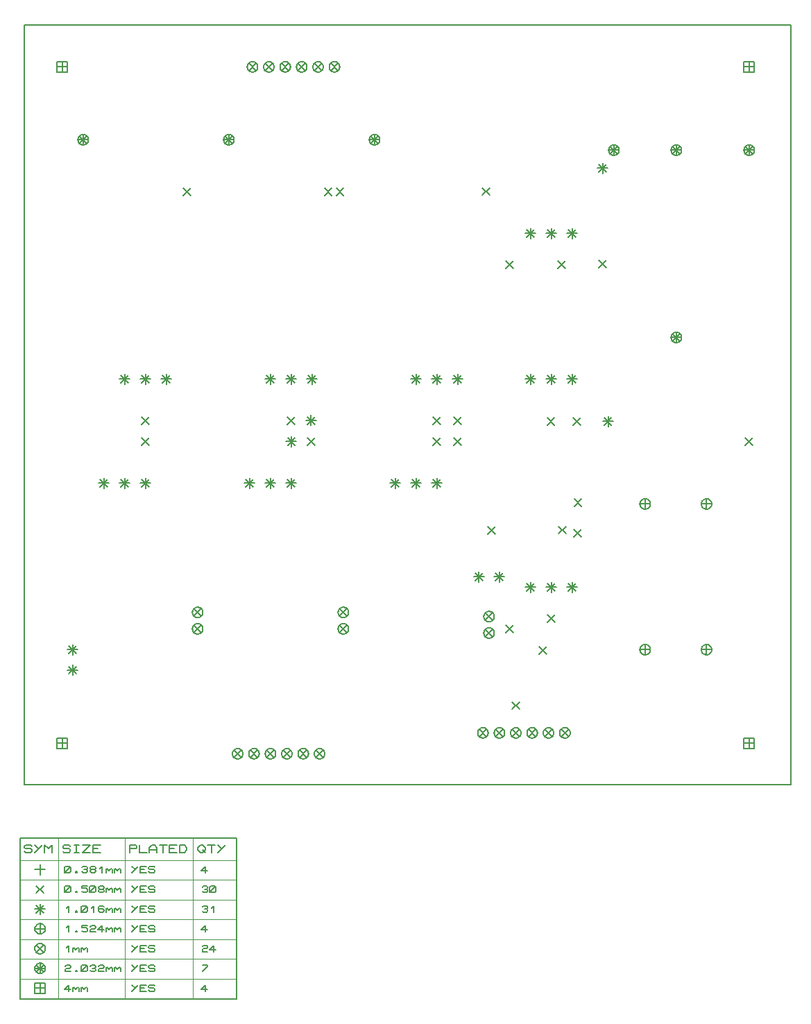
<source format=gbr>
G04 PROTEUS RS274X GERBER FILE*
%FSLAX45Y45*%
%MOMM*%
G01*
%ADD20C,0.203200*%
%ADD94C,0.127000*%
%ADD95C,0.063500*%
D20*
X+3810000Y+4508500D02*
X+3810000Y+4381500D01*
X+3746500Y+4445000D02*
X+3873500Y+4445000D01*
X+4051457Y+4766273D02*
X+4051457Y+4639273D01*
X+3987957Y+4702773D02*
X+4114957Y+4702773D01*
X+1987099Y+4743901D02*
X+2076901Y+4654099D01*
X+1987099Y+4654099D02*
X+2076901Y+4743901D01*
X+1987099Y+4489901D02*
X+2076901Y+4400099D01*
X+1987099Y+4400099D02*
X+2076901Y+4489901D01*
X+3765099Y+4743901D02*
X+3854901Y+4654099D01*
X+3765099Y+4654099D02*
X+3854901Y+4743901D01*
X+4010329Y+4743901D02*
X+4100131Y+4654099D01*
X+4010329Y+4654099D02*
X+4100131Y+4743901D01*
X+4006717Y+4488403D02*
X+4096519Y+4398601D01*
X+4006717Y+4398601D02*
X+4096519Y+4488403D01*
X+3766597Y+4488403D02*
X+3856399Y+4398601D01*
X+3766597Y+4398601D02*
X+3856399Y+4488403D01*
X+5543099Y+4743901D02*
X+5632901Y+4654099D01*
X+5543099Y+4654099D02*
X+5632901Y+4743901D01*
X+5797099Y+4743901D02*
X+5886901Y+4654099D01*
X+5797099Y+4654099D02*
X+5886901Y+4743901D01*
X+5543099Y+4489901D02*
X+5632901Y+4400099D01*
X+5543099Y+4400099D02*
X+5632901Y+4489901D01*
X+6932019Y+4733288D02*
X+7021821Y+4643486D01*
X+6932019Y+4643486D02*
X+7021821Y+4733288D01*
X+5797099Y+4489901D02*
X+5886901Y+4400099D01*
X+5797099Y+4400099D02*
X+5886901Y+4489901D01*
X+9353099Y+4489901D02*
X+9442901Y+4400099D01*
X+9353099Y+4400099D02*
X+9442901Y+4489901D01*
X+7612422Y+7847735D02*
X+7612422Y+7720735D01*
X+7548922Y+7784235D02*
X+7675922Y+7784235D01*
X+7678581Y+4756161D02*
X+7678581Y+4629161D01*
X+7615081Y+4692661D02*
X+7742081Y+4692661D01*
X+7248965Y+4733191D02*
X+7338767Y+4643389D01*
X+7248965Y+4643389D02*
X+7338767Y+4733191D01*
X+7629309Y+4733191D02*
X+7719111Y+4643389D01*
X+7629309Y+4643389D02*
X+7719111Y+4733191D01*
X+6139513Y+7539665D02*
X+6229315Y+7449863D01*
X+6139513Y+7449863D02*
X+6229315Y+7539665D01*
X+4360925Y+7537459D02*
X+4450727Y+7447657D01*
X+4360925Y+7447657D02*
X+4450727Y+7537459D01*
X+4216874Y+7534519D02*
X+4306676Y+7444717D01*
X+4216874Y+7444717D02*
X+4306676Y+7534519D01*
X+2495099Y+7537901D02*
X+2584901Y+7448099D01*
X+2495099Y+7448099D02*
X+2584901Y+7537901D01*
X+7565692Y+7827307D02*
X+7655494Y+7737505D01*
X+7565692Y+7737505D02*
X+7655494Y+7827307D01*
X+7565692Y+6658307D02*
X+7655494Y+6568505D01*
X+7565692Y+6568505D02*
X+7655494Y+6658307D01*
X+7067099Y+6648901D02*
X+7156901Y+6559099D01*
X+7067099Y+6559099D02*
X+7156901Y+6648901D01*
X+6432099Y+6648901D02*
X+6521901Y+6559099D01*
X+6432099Y+6559099D02*
X+6521901Y+6648901D01*
X+6940099Y+2330901D02*
X+7029901Y+2241099D01*
X+6940099Y+2241099D02*
X+7029901Y+2330901D01*
X+6836056Y+1940564D02*
X+6925858Y+1850762D01*
X+6836056Y+1850762D02*
X+6925858Y+1940564D01*
X+6432099Y+2203901D02*
X+6521901Y+2114099D01*
X+6432099Y+2114099D02*
X+6521901Y+2203901D01*
X+6503703Y+1267418D02*
X+6593505Y+1177616D01*
X+6503703Y+1177616D02*
X+6593505Y+1267418D01*
X+7264427Y+3744569D02*
X+7354229Y+3654767D01*
X+7264427Y+3654767D02*
X+7354229Y+3744569D01*
X+7259800Y+3371150D02*
X+7349602Y+3281348D01*
X+7259800Y+3281348D02*
X+7349602Y+3371150D01*
X+6209235Y+3407687D02*
X+6299037Y+3317885D01*
X+6209235Y+3317885D02*
X+6299037Y+3407687D01*
X+7072746Y+3409163D02*
X+7162548Y+3319361D01*
X+7072746Y+3319361D02*
X+7162548Y+3409163D01*
X+7810500Y+8000999D02*
X+7810283Y+8006246D01*
X+7808518Y+8016741D01*
X+7804826Y+8027236D01*
X+7798798Y+8037731D01*
X+7789576Y+8048111D01*
X+7779081Y+8055799D01*
X+7768586Y+8060717D01*
X+7758091Y+8063523D01*
X+7747596Y+8064496D01*
X+7747000Y+8064499D01*
X+7683500Y+8000999D02*
X+7683717Y+8006246D01*
X+7685482Y+8016741D01*
X+7689174Y+8027236D01*
X+7695202Y+8037731D01*
X+7704424Y+8048111D01*
X+7714919Y+8055799D01*
X+7725414Y+8060717D01*
X+7735909Y+8063523D01*
X+7746404Y+8064496D01*
X+7747000Y+8064499D01*
X+7683500Y+8000999D02*
X+7683717Y+7995752D01*
X+7685482Y+7985257D01*
X+7689174Y+7974762D01*
X+7695202Y+7964267D01*
X+7704424Y+7953887D01*
X+7714919Y+7946199D01*
X+7725414Y+7941281D01*
X+7735909Y+7938475D01*
X+7746404Y+7937502D01*
X+7747000Y+7937499D01*
X+7810500Y+8000999D02*
X+7810283Y+7995752D01*
X+7808518Y+7985257D01*
X+7804826Y+7974762D01*
X+7798798Y+7964267D01*
X+7789576Y+7953887D01*
X+7779081Y+7946199D01*
X+7768586Y+7941281D01*
X+7758091Y+7938475D01*
X+7747596Y+7937502D01*
X+7747000Y+7937499D01*
X+7747000Y+8064499D02*
X+7747000Y+7937499D01*
X+7683500Y+8000999D02*
X+7810500Y+8000999D01*
X+7810283Y+8006246D01*
X+7808518Y+8016741D01*
X+7804826Y+8027236D01*
X+7798798Y+8037731D01*
X+7789576Y+8048111D01*
X+7779081Y+8055799D01*
X+7768586Y+8060717D01*
X+7758091Y+8063523D01*
X+7747596Y+8064496D01*
X+7747000Y+8064499D01*
X+7683500Y+8000999D02*
X+7683717Y+8006246D01*
X+7685482Y+8016741D01*
X+7689174Y+8027236D01*
X+7695202Y+8037731D01*
X+7704424Y+8048111D01*
X+7714919Y+8055799D01*
X+7725414Y+8060717D01*
X+7735909Y+8063523D01*
X+7746404Y+8064496D01*
X+7747000Y+8064499D01*
X+7683500Y+8000999D02*
X+7683717Y+7995752D01*
X+7685482Y+7985257D01*
X+7689174Y+7974762D01*
X+7695202Y+7964267D01*
X+7704424Y+7953887D01*
X+7714919Y+7946199D01*
X+7725414Y+7941281D01*
X+7735909Y+7938475D01*
X+7746404Y+7937502D01*
X+7747000Y+7937499D01*
X+7810500Y+8000999D02*
X+7810283Y+7995752D01*
X+7808518Y+7985257D01*
X+7804826Y+7974762D01*
X+7798798Y+7964267D01*
X+7789576Y+7953887D01*
X+7779081Y+7946199D01*
X+7768586Y+7941281D01*
X+7758091Y+7938475D01*
X+7747596Y+7937502D01*
X+7747000Y+7937499D01*
X+7702099Y+8045900D02*
X+7791901Y+7956098D01*
X+7702099Y+7956098D02*
X+7791901Y+8045900D01*
X+9461500Y+8001000D02*
X+9461283Y+8006247D01*
X+9459518Y+8016742D01*
X+9455826Y+8027237D01*
X+9449798Y+8037732D01*
X+9440576Y+8048112D01*
X+9430081Y+8055800D01*
X+9419586Y+8060718D01*
X+9409091Y+8063524D01*
X+9398596Y+8064497D01*
X+9398000Y+8064500D01*
X+9334500Y+8001000D02*
X+9334717Y+8006247D01*
X+9336482Y+8016742D01*
X+9340174Y+8027237D01*
X+9346202Y+8037732D01*
X+9355424Y+8048112D01*
X+9365919Y+8055800D01*
X+9376414Y+8060718D01*
X+9386909Y+8063524D01*
X+9397404Y+8064497D01*
X+9398000Y+8064500D01*
X+9334500Y+8001000D02*
X+9334717Y+7995753D01*
X+9336482Y+7985258D01*
X+9340174Y+7974763D01*
X+9346202Y+7964268D01*
X+9355424Y+7953888D01*
X+9365919Y+7946200D01*
X+9376414Y+7941282D01*
X+9386909Y+7938476D01*
X+9397404Y+7937503D01*
X+9398000Y+7937500D01*
X+9461500Y+8001000D02*
X+9461283Y+7995753D01*
X+9459518Y+7985258D01*
X+9455826Y+7974763D01*
X+9449798Y+7964268D01*
X+9440576Y+7953888D01*
X+9430081Y+7946200D01*
X+9419586Y+7941282D01*
X+9409091Y+7938476D01*
X+9398596Y+7937503D01*
X+9398000Y+7937500D01*
X+9398000Y+8064500D02*
X+9398000Y+7937500D01*
X+9334500Y+8001000D02*
X+9461500Y+8001000D01*
X+9461283Y+8006247D01*
X+9459518Y+8016742D01*
X+9455826Y+8027237D01*
X+9449798Y+8037732D01*
X+9440576Y+8048112D01*
X+9430081Y+8055800D01*
X+9419586Y+8060718D01*
X+9409091Y+8063524D01*
X+9398596Y+8064497D01*
X+9398000Y+8064500D01*
X+9334500Y+8001000D02*
X+9334717Y+8006247D01*
X+9336482Y+8016742D01*
X+9340174Y+8027237D01*
X+9346202Y+8037732D01*
X+9355424Y+8048112D01*
X+9365919Y+8055800D01*
X+9376414Y+8060718D01*
X+9386909Y+8063524D01*
X+9397404Y+8064497D01*
X+9398000Y+8064500D01*
X+9334500Y+8001000D02*
X+9334717Y+7995753D01*
X+9336482Y+7985258D01*
X+9340174Y+7974763D01*
X+9346202Y+7964268D01*
X+9355424Y+7953888D01*
X+9365919Y+7946200D01*
X+9376414Y+7941282D01*
X+9386909Y+7938476D01*
X+9397404Y+7937503D01*
X+9398000Y+7937500D01*
X+9461500Y+8001000D02*
X+9461283Y+7995753D01*
X+9459518Y+7985258D01*
X+9455826Y+7974763D01*
X+9449798Y+7964268D01*
X+9440576Y+7953888D01*
X+9430081Y+7946200D01*
X+9419586Y+7941282D01*
X+9409091Y+7938476D01*
X+9398596Y+7937503D01*
X+9398000Y+7937500D01*
X+9353099Y+8045901D02*
X+9442901Y+7956099D01*
X+9353099Y+7956099D02*
X+9442901Y+8045901D01*
X+8572501Y+8000999D02*
X+8572284Y+8006246D01*
X+8570519Y+8016741D01*
X+8566827Y+8027236D01*
X+8560799Y+8037731D01*
X+8551577Y+8048111D01*
X+8541082Y+8055799D01*
X+8530587Y+8060717D01*
X+8520092Y+8063523D01*
X+8509597Y+8064496D01*
X+8509001Y+8064499D01*
X+8445501Y+8000999D02*
X+8445718Y+8006246D01*
X+8447483Y+8016741D01*
X+8451175Y+8027236D01*
X+8457203Y+8037731D01*
X+8466425Y+8048111D01*
X+8476920Y+8055799D01*
X+8487415Y+8060717D01*
X+8497910Y+8063523D01*
X+8508405Y+8064496D01*
X+8509001Y+8064499D01*
X+8445501Y+8000999D02*
X+8445718Y+7995752D01*
X+8447483Y+7985257D01*
X+8451175Y+7974762D01*
X+8457203Y+7964267D01*
X+8466425Y+7953887D01*
X+8476920Y+7946199D01*
X+8487415Y+7941281D01*
X+8497910Y+7938475D01*
X+8508405Y+7937502D01*
X+8509001Y+7937499D01*
X+8572501Y+8000999D02*
X+8572284Y+7995752D01*
X+8570519Y+7985257D01*
X+8566827Y+7974762D01*
X+8560799Y+7964267D01*
X+8551577Y+7953887D01*
X+8541082Y+7946199D01*
X+8530587Y+7941281D01*
X+8520092Y+7938475D01*
X+8509597Y+7937502D01*
X+8509001Y+7937499D01*
X+8509001Y+8064499D02*
X+8509001Y+7937499D01*
X+8445501Y+8000999D02*
X+8572501Y+8000999D01*
X+8572284Y+8006246D01*
X+8570519Y+8016741D01*
X+8566827Y+8027236D01*
X+8560799Y+8037731D01*
X+8551577Y+8048111D01*
X+8541082Y+8055799D01*
X+8530587Y+8060717D01*
X+8520092Y+8063523D01*
X+8509597Y+8064496D01*
X+8509001Y+8064499D01*
X+8445501Y+8000999D02*
X+8445718Y+8006246D01*
X+8447483Y+8016741D01*
X+8451175Y+8027236D01*
X+8457203Y+8037731D01*
X+8466425Y+8048111D01*
X+8476920Y+8055799D01*
X+8487415Y+8060717D01*
X+8497910Y+8063523D01*
X+8508405Y+8064496D01*
X+8509001Y+8064499D01*
X+8445501Y+8000999D02*
X+8445718Y+7995752D01*
X+8447483Y+7985257D01*
X+8451175Y+7974762D01*
X+8457203Y+7964267D01*
X+8466425Y+7953887D01*
X+8476920Y+7946199D01*
X+8487415Y+7941281D01*
X+8497910Y+7938475D01*
X+8508405Y+7937502D01*
X+8509001Y+7937499D01*
X+8572501Y+8000999D02*
X+8572284Y+7995752D01*
X+8570519Y+7985257D01*
X+8566827Y+7974762D01*
X+8560799Y+7964267D01*
X+8551577Y+7953887D01*
X+8541082Y+7946199D01*
X+8530587Y+7941281D01*
X+8520092Y+7938475D01*
X+8509597Y+7937502D01*
X+8509001Y+7937499D01*
X+8464100Y+8045900D02*
X+8553902Y+7956098D01*
X+8464100Y+7956098D02*
X+8553902Y+8045900D01*
X+8572500Y+5715000D02*
X+8572283Y+5720247D01*
X+8570518Y+5730742D01*
X+8566826Y+5741237D01*
X+8560798Y+5751732D01*
X+8551576Y+5762112D01*
X+8541081Y+5769800D01*
X+8530586Y+5774718D01*
X+8520091Y+5777524D01*
X+8509596Y+5778497D01*
X+8509000Y+5778500D01*
X+8445500Y+5715000D02*
X+8445717Y+5720247D01*
X+8447482Y+5730742D01*
X+8451174Y+5741237D01*
X+8457202Y+5751732D01*
X+8466424Y+5762112D01*
X+8476919Y+5769800D01*
X+8487414Y+5774718D01*
X+8497909Y+5777524D01*
X+8508404Y+5778497D01*
X+8509000Y+5778500D01*
X+8445500Y+5715000D02*
X+8445717Y+5709753D01*
X+8447482Y+5699258D01*
X+8451174Y+5688763D01*
X+8457202Y+5678268D01*
X+8466424Y+5667888D01*
X+8476919Y+5660200D01*
X+8487414Y+5655282D01*
X+8497909Y+5652476D01*
X+8508404Y+5651503D01*
X+8509000Y+5651500D01*
X+8572500Y+5715000D02*
X+8572283Y+5709753D01*
X+8570518Y+5699258D01*
X+8566826Y+5688763D01*
X+8560798Y+5678268D01*
X+8551576Y+5667888D01*
X+8541081Y+5660200D01*
X+8530586Y+5655282D01*
X+8520091Y+5652476D01*
X+8509596Y+5651503D01*
X+8509000Y+5651500D01*
X+8509000Y+5778500D02*
X+8509000Y+5651500D01*
X+8445500Y+5715000D02*
X+8572500Y+5715000D01*
X+8572283Y+5720247D01*
X+8570518Y+5730742D01*
X+8566826Y+5741237D01*
X+8560798Y+5751732D01*
X+8551576Y+5762112D01*
X+8541081Y+5769800D01*
X+8530586Y+5774718D01*
X+8520091Y+5777524D01*
X+8509596Y+5778497D01*
X+8509000Y+5778500D01*
X+8445500Y+5715000D02*
X+8445717Y+5720247D01*
X+8447482Y+5730742D01*
X+8451174Y+5741237D01*
X+8457202Y+5751732D01*
X+8466424Y+5762112D01*
X+8476919Y+5769800D01*
X+8487414Y+5774718D01*
X+8497909Y+5777524D01*
X+8508404Y+5778497D01*
X+8509000Y+5778500D01*
X+8445500Y+5715000D02*
X+8445717Y+5709753D01*
X+8447482Y+5699258D01*
X+8451174Y+5688763D01*
X+8457202Y+5678268D01*
X+8466424Y+5667888D01*
X+8476919Y+5660200D01*
X+8487414Y+5655282D01*
X+8497909Y+5652476D01*
X+8508404Y+5651503D01*
X+8509000Y+5651500D01*
X+8572500Y+5715000D02*
X+8572283Y+5709753D01*
X+8570518Y+5699258D01*
X+8566826Y+5688763D01*
X+8560798Y+5678268D01*
X+8551576Y+5667888D01*
X+8541081Y+5660200D01*
X+8530586Y+5655282D01*
X+8520091Y+5652476D01*
X+8509596Y+5651503D01*
X+8509000Y+5651500D01*
X+8464099Y+5759901D02*
X+8553901Y+5670099D01*
X+8464099Y+5670099D02*
X+8553901Y+5759901D01*
X+8191500Y+1905000D02*
X+8191283Y+1910247D01*
X+8189518Y+1920742D01*
X+8185826Y+1931237D01*
X+8179798Y+1941732D01*
X+8170576Y+1952112D01*
X+8160081Y+1959800D01*
X+8149586Y+1964718D01*
X+8139091Y+1967524D01*
X+8128596Y+1968497D01*
X+8128000Y+1968500D01*
X+8064500Y+1905000D02*
X+8064717Y+1910247D01*
X+8066482Y+1920742D01*
X+8070174Y+1931237D01*
X+8076202Y+1941732D01*
X+8085424Y+1952112D01*
X+8095919Y+1959800D01*
X+8106414Y+1964718D01*
X+8116909Y+1967524D01*
X+8127404Y+1968497D01*
X+8128000Y+1968500D01*
X+8064500Y+1905000D02*
X+8064717Y+1899753D01*
X+8066482Y+1889258D01*
X+8070174Y+1878763D01*
X+8076202Y+1868268D01*
X+8085424Y+1857888D01*
X+8095919Y+1850200D01*
X+8106414Y+1845282D01*
X+8116909Y+1842476D01*
X+8127404Y+1841503D01*
X+8128000Y+1841500D01*
X+8191500Y+1905000D02*
X+8191283Y+1899753D01*
X+8189518Y+1889258D01*
X+8185826Y+1878763D01*
X+8179798Y+1868268D01*
X+8170576Y+1857888D01*
X+8160081Y+1850200D01*
X+8149586Y+1845282D01*
X+8139091Y+1842476D01*
X+8128596Y+1841503D01*
X+8128000Y+1841500D01*
X+8128000Y+1968500D02*
X+8128000Y+1841500D01*
X+8064500Y+1905000D02*
X+8191500Y+1905000D01*
X+8941501Y+1905000D02*
X+8941284Y+1910247D01*
X+8939519Y+1920742D01*
X+8935827Y+1931237D01*
X+8929799Y+1941732D01*
X+8920577Y+1952112D01*
X+8910082Y+1959800D01*
X+8899587Y+1964718D01*
X+8889092Y+1967524D01*
X+8878597Y+1968497D01*
X+8878001Y+1968500D01*
X+8814501Y+1905000D02*
X+8814718Y+1910247D01*
X+8816483Y+1920742D01*
X+8820175Y+1931237D01*
X+8826203Y+1941732D01*
X+8835425Y+1952112D01*
X+8845920Y+1959800D01*
X+8856415Y+1964718D01*
X+8866910Y+1967524D01*
X+8877405Y+1968497D01*
X+8878001Y+1968500D01*
X+8814501Y+1905000D02*
X+8814718Y+1899753D01*
X+8816483Y+1889258D01*
X+8820175Y+1878763D01*
X+8826203Y+1868268D01*
X+8835425Y+1857888D01*
X+8845920Y+1850200D01*
X+8856415Y+1845282D01*
X+8866910Y+1842476D01*
X+8877405Y+1841503D01*
X+8878001Y+1841500D01*
X+8941501Y+1905000D02*
X+8941284Y+1899753D01*
X+8939519Y+1889258D01*
X+8935827Y+1878763D01*
X+8929799Y+1868268D01*
X+8920577Y+1857888D01*
X+8910082Y+1850200D01*
X+8899587Y+1845282D01*
X+8889092Y+1842476D01*
X+8878597Y+1841503D01*
X+8878001Y+1841500D01*
X+8878001Y+1968500D02*
X+8878001Y+1841500D01*
X+8814501Y+1905000D02*
X+8941501Y+1905000D01*
X+8191500Y+3683000D02*
X+8191283Y+3688247D01*
X+8189518Y+3698742D01*
X+8185826Y+3709237D01*
X+8179798Y+3719732D01*
X+8170576Y+3730112D01*
X+8160081Y+3737800D01*
X+8149586Y+3742718D01*
X+8139091Y+3745524D01*
X+8128596Y+3746497D01*
X+8128000Y+3746500D01*
X+8064500Y+3683000D02*
X+8064717Y+3688247D01*
X+8066482Y+3698742D01*
X+8070174Y+3709237D01*
X+8076202Y+3719732D01*
X+8085424Y+3730112D01*
X+8095919Y+3737800D01*
X+8106414Y+3742718D01*
X+8116909Y+3745524D01*
X+8127404Y+3746497D01*
X+8128000Y+3746500D01*
X+8064500Y+3683000D02*
X+8064717Y+3677753D01*
X+8066482Y+3667258D01*
X+8070174Y+3656763D01*
X+8076202Y+3646268D01*
X+8085424Y+3635888D01*
X+8095919Y+3628200D01*
X+8106414Y+3623282D01*
X+8116909Y+3620476D01*
X+8127404Y+3619503D01*
X+8128000Y+3619500D01*
X+8191500Y+3683000D02*
X+8191283Y+3677753D01*
X+8189518Y+3667258D01*
X+8185826Y+3656763D01*
X+8179798Y+3646268D01*
X+8170576Y+3635888D01*
X+8160081Y+3628200D01*
X+8149586Y+3623282D01*
X+8139091Y+3620476D01*
X+8128596Y+3619503D01*
X+8128000Y+3619500D01*
X+8128000Y+3746500D02*
X+8128000Y+3619500D01*
X+8064500Y+3683000D02*
X+8191500Y+3683000D01*
X+8941500Y+3683000D02*
X+8941283Y+3688247D01*
X+8939518Y+3698742D01*
X+8935826Y+3709237D01*
X+8929798Y+3719732D01*
X+8920576Y+3730112D01*
X+8910081Y+3737800D01*
X+8899586Y+3742718D01*
X+8889091Y+3745524D01*
X+8878596Y+3746497D01*
X+8878000Y+3746500D01*
X+8814500Y+3683000D02*
X+8814717Y+3688247D01*
X+8816482Y+3698742D01*
X+8820174Y+3709237D01*
X+8826202Y+3719732D01*
X+8835424Y+3730112D01*
X+8845919Y+3737800D01*
X+8856414Y+3742718D01*
X+8866909Y+3745524D01*
X+8877404Y+3746497D01*
X+8878000Y+3746500D01*
X+8814500Y+3683000D02*
X+8814717Y+3677753D01*
X+8816482Y+3667258D01*
X+8820174Y+3656763D01*
X+8826202Y+3646268D01*
X+8835424Y+3635888D01*
X+8845919Y+3628200D01*
X+8856414Y+3623282D01*
X+8866909Y+3620476D01*
X+8877404Y+3619503D01*
X+8878000Y+3619500D01*
X+8941500Y+3683000D02*
X+8941283Y+3677753D01*
X+8939518Y+3667258D01*
X+8935826Y+3656763D01*
X+8929798Y+3646268D01*
X+8920576Y+3635888D01*
X+8910081Y+3628200D01*
X+8899586Y+3623282D01*
X+8889091Y+3620476D01*
X+8878596Y+3619503D01*
X+8878000Y+3619500D01*
X+8878000Y+3746500D02*
X+8878000Y+3619500D01*
X+8814500Y+3683000D02*
X+8941500Y+3683000D01*
X+1333500Y+8128000D02*
X+1333283Y+8133247D01*
X+1331518Y+8143742D01*
X+1327826Y+8154237D01*
X+1321798Y+8164732D01*
X+1312576Y+8175112D01*
X+1302081Y+8182800D01*
X+1291586Y+8187718D01*
X+1281091Y+8190524D01*
X+1270596Y+8191497D01*
X+1270000Y+8191500D01*
X+1206500Y+8128000D02*
X+1206717Y+8133247D01*
X+1208482Y+8143742D01*
X+1212174Y+8154237D01*
X+1218202Y+8164732D01*
X+1227424Y+8175112D01*
X+1237919Y+8182800D01*
X+1248414Y+8187718D01*
X+1258909Y+8190524D01*
X+1269404Y+8191497D01*
X+1270000Y+8191500D01*
X+1206500Y+8128000D02*
X+1206717Y+8122753D01*
X+1208482Y+8112258D01*
X+1212174Y+8101763D01*
X+1218202Y+8091268D01*
X+1227424Y+8080888D01*
X+1237919Y+8073200D01*
X+1248414Y+8068282D01*
X+1258909Y+8065476D01*
X+1269404Y+8064503D01*
X+1270000Y+8064500D01*
X+1333500Y+8128000D02*
X+1333283Y+8122753D01*
X+1331518Y+8112258D01*
X+1327826Y+8101763D01*
X+1321798Y+8091268D01*
X+1312576Y+8080888D01*
X+1302081Y+8073200D01*
X+1291586Y+8068282D01*
X+1281091Y+8065476D01*
X+1270596Y+8064503D01*
X+1270000Y+8064500D01*
X+1270000Y+8191500D02*
X+1270000Y+8064500D01*
X+1206500Y+8128000D02*
X+1333500Y+8128000D01*
X+1333283Y+8133247D01*
X+1331518Y+8143742D01*
X+1327826Y+8154237D01*
X+1321798Y+8164732D01*
X+1312576Y+8175112D01*
X+1302081Y+8182800D01*
X+1291586Y+8187718D01*
X+1281091Y+8190524D01*
X+1270596Y+8191497D01*
X+1270000Y+8191500D01*
X+1206500Y+8128000D02*
X+1206717Y+8133247D01*
X+1208482Y+8143742D01*
X+1212174Y+8154237D01*
X+1218202Y+8164732D01*
X+1227424Y+8175112D01*
X+1237919Y+8182800D01*
X+1248414Y+8187718D01*
X+1258909Y+8190524D01*
X+1269404Y+8191497D01*
X+1270000Y+8191500D01*
X+1206500Y+8128000D02*
X+1206717Y+8122753D01*
X+1208482Y+8112258D01*
X+1212174Y+8101763D01*
X+1218202Y+8091268D01*
X+1227424Y+8080888D01*
X+1237919Y+8073200D01*
X+1248414Y+8068282D01*
X+1258909Y+8065476D01*
X+1269404Y+8064503D01*
X+1270000Y+8064500D01*
X+1333500Y+8128000D02*
X+1333283Y+8122753D01*
X+1331518Y+8112258D01*
X+1327826Y+8101763D01*
X+1321798Y+8091268D01*
X+1312576Y+8080888D01*
X+1302081Y+8073200D01*
X+1291586Y+8068282D01*
X+1281091Y+8065476D01*
X+1270596Y+8064503D01*
X+1270000Y+8064500D01*
X+1225099Y+8172901D02*
X+1314901Y+8083099D01*
X+1225099Y+8083099D02*
X+1314901Y+8172901D01*
X+4889500Y+8128000D02*
X+4889283Y+8133247D01*
X+4887518Y+8143742D01*
X+4883826Y+8154237D01*
X+4877798Y+8164732D01*
X+4868576Y+8175112D01*
X+4858081Y+8182800D01*
X+4847586Y+8187718D01*
X+4837091Y+8190524D01*
X+4826596Y+8191497D01*
X+4826000Y+8191500D01*
X+4762500Y+8128000D02*
X+4762717Y+8133247D01*
X+4764482Y+8143742D01*
X+4768174Y+8154237D01*
X+4774202Y+8164732D01*
X+4783424Y+8175112D01*
X+4793919Y+8182800D01*
X+4804414Y+8187718D01*
X+4814909Y+8190524D01*
X+4825404Y+8191497D01*
X+4826000Y+8191500D01*
X+4762500Y+8128000D02*
X+4762717Y+8122753D01*
X+4764482Y+8112258D01*
X+4768174Y+8101763D01*
X+4774202Y+8091268D01*
X+4783424Y+8080888D01*
X+4793919Y+8073200D01*
X+4804414Y+8068282D01*
X+4814909Y+8065476D01*
X+4825404Y+8064503D01*
X+4826000Y+8064500D01*
X+4889500Y+8128000D02*
X+4889283Y+8122753D01*
X+4887518Y+8112258D01*
X+4883826Y+8101763D01*
X+4877798Y+8091268D01*
X+4868576Y+8080888D01*
X+4858081Y+8073200D01*
X+4847586Y+8068282D01*
X+4837091Y+8065476D01*
X+4826596Y+8064503D01*
X+4826000Y+8064500D01*
X+4826000Y+8191500D02*
X+4826000Y+8064500D01*
X+4762500Y+8128000D02*
X+4889500Y+8128000D01*
X+4889283Y+8133247D01*
X+4887518Y+8143742D01*
X+4883826Y+8154237D01*
X+4877798Y+8164732D01*
X+4868576Y+8175112D01*
X+4858081Y+8182800D01*
X+4847586Y+8187718D01*
X+4837091Y+8190524D01*
X+4826596Y+8191497D01*
X+4826000Y+8191500D01*
X+4762500Y+8128000D02*
X+4762717Y+8133247D01*
X+4764482Y+8143742D01*
X+4768174Y+8154237D01*
X+4774202Y+8164732D01*
X+4783424Y+8175112D01*
X+4793919Y+8182800D01*
X+4804414Y+8187718D01*
X+4814909Y+8190524D01*
X+4825404Y+8191497D01*
X+4826000Y+8191500D01*
X+4762500Y+8128000D02*
X+4762717Y+8122753D01*
X+4764482Y+8112258D01*
X+4768174Y+8101763D01*
X+4774202Y+8091268D01*
X+4783424Y+8080888D01*
X+4793919Y+8073200D01*
X+4804414Y+8068282D01*
X+4814909Y+8065476D01*
X+4825404Y+8064503D01*
X+4826000Y+8064500D01*
X+4889500Y+8128000D02*
X+4889283Y+8122753D01*
X+4887518Y+8112258D01*
X+4883826Y+8101763D01*
X+4877798Y+8091268D01*
X+4868576Y+8080888D01*
X+4858081Y+8073200D01*
X+4847586Y+8068282D01*
X+4837091Y+8065476D01*
X+4826596Y+8064503D01*
X+4826000Y+8064500D01*
X+4781099Y+8172901D02*
X+4870901Y+8083099D01*
X+4781099Y+8083099D02*
X+4870901Y+8172901D01*
X+3219500Y+635000D02*
X+3219283Y+640247D01*
X+3217518Y+650742D01*
X+3213826Y+661237D01*
X+3207798Y+671732D01*
X+3198576Y+682112D01*
X+3188081Y+689800D01*
X+3177586Y+694718D01*
X+3167091Y+697524D01*
X+3156596Y+698497D01*
X+3156000Y+698500D01*
X+3092500Y+635000D02*
X+3092717Y+640247D01*
X+3094482Y+650742D01*
X+3098174Y+661237D01*
X+3104202Y+671732D01*
X+3113424Y+682112D01*
X+3123919Y+689800D01*
X+3134414Y+694718D01*
X+3144909Y+697524D01*
X+3155404Y+698497D01*
X+3156000Y+698500D01*
X+3092500Y+635000D02*
X+3092717Y+629753D01*
X+3094482Y+619258D01*
X+3098174Y+608763D01*
X+3104202Y+598268D01*
X+3113424Y+587888D01*
X+3123919Y+580200D01*
X+3134414Y+575282D01*
X+3144909Y+572476D01*
X+3155404Y+571503D01*
X+3156000Y+571500D01*
X+3219500Y+635000D02*
X+3219283Y+629753D01*
X+3217518Y+619258D01*
X+3213826Y+608763D01*
X+3207798Y+598268D01*
X+3198576Y+587888D01*
X+3188081Y+580200D01*
X+3177586Y+575282D01*
X+3167091Y+572476D01*
X+3156596Y+571503D01*
X+3156000Y+571500D01*
X+3111099Y+679901D02*
X+3200901Y+590099D01*
X+3111099Y+590099D02*
X+3200901Y+679901D01*
X+3419500Y+635000D02*
X+3419283Y+640247D01*
X+3417518Y+650742D01*
X+3413826Y+661237D01*
X+3407798Y+671732D01*
X+3398576Y+682112D01*
X+3388081Y+689800D01*
X+3377586Y+694718D01*
X+3367091Y+697524D01*
X+3356596Y+698497D01*
X+3356000Y+698500D01*
X+3292500Y+635000D02*
X+3292717Y+640247D01*
X+3294482Y+650742D01*
X+3298174Y+661237D01*
X+3304202Y+671732D01*
X+3313424Y+682112D01*
X+3323919Y+689800D01*
X+3334414Y+694718D01*
X+3344909Y+697524D01*
X+3355404Y+698497D01*
X+3356000Y+698500D01*
X+3292500Y+635000D02*
X+3292717Y+629753D01*
X+3294482Y+619258D01*
X+3298174Y+608763D01*
X+3304202Y+598268D01*
X+3313424Y+587888D01*
X+3323919Y+580200D01*
X+3334414Y+575282D01*
X+3344909Y+572476D01*
X+3355404Y+571503D01*
X+3356000Y+571500D01*
X+3419500Y+635000D02*
X+3419283Y+629753D01*
X+3417518Y+619258D01*
X+3413826Y+608763D01*
X+3407798Y+598268D01*
X+3398576Y+587888D01*
X+3388081Y+580200D01*
X+3377586Y+575282D01*
X+3367091Y+572476D01*
X+3356596Y+571503D01*
X+3356000Y+571500D01*
X+3311099Y+679901D02*
X+3400901Y+590099D01*
X+3311099Y+590099D02*
X+3400901Y+679901D01*
X+3619500Y+635000D02*
X+3619283Y+640247D01*
X+3617518Y+650742D01*
X+3613826Y+661237D01*
X+3607798Y+671732D01*
X+3598576Y+682112D01*
X+3588081Y+689800D01*
X+3577586Y+694718D01*
X+3567091Y+697524D01*
X+3556596Y+698497D01*
X+3556000Y+698500D01*
X+3492500Y+635000D02*
X+3492717Y+640247D01*
X+3494482Y+650742D01*
X+3498174Y+661237D01*
X+3504202Y+671732D01*
X+3513424Y+682112D01*
X+3523919Y+689800D01*
X+3534414Y+694718D01*
X+3544909Y+697524D01*
X+3555404Y+698497D01*
X+3556000Y+698500D01*
X+3492500Y+635000D02*
X+3492717Y+629753D01*
X+3494482Y+619258D01*
X+3498174Y+608763D01*
X+3504202Y+598268D01*
X+3513424Y+587888D01*
X+3523919Y+580200D01*
X+3534414Y+575282D01*
X+3544909Y+572476D01*
X+3555404Y+571503D01*
X+3556000Y+571500D01*
X+3619500Y+635000D02*
X+3619283Y+629753D01*
X+3617518Y+619258D01*
X+3613826Y+608763D01*
X+3607798Y+598268D01*
X+3598576Y+587888D01*
X+3588081Y+580200D01*
X+3577586Y+575282D01*
X+3567091Y+572476D01*
X+3556596Y+571503D01*
X+3556000Y+571500D01*
X+3511099Y+679901D02*
X+3600901Y+590099D01*
X+3511099Y+590099D02*
X+3600901Y+679901D01*
X+3819500Y+635000D02*
X+3819283Y+640247D01*
X+3817518Y+650742D01*
X+3813826Y+661237D01*
X+3807798Y+671732D01*
X+3798576Y+682112D01*
X+3788081Y+689800D01*
X+3777586Y+694718D01*
X+3767091Y+697524D01*
X+3756596Y+698497D01*
X+3756000Y+698500D01*
X+3692500Y+635000D02*
X+3692717Y+640247D01*
X+3694482Y+650742D01*
X+3698174Y+661237D01*
X+3704202Y+671732D01*
X+3713424Y+682112D01*
X+3723919Y+689800D01*
X+3734414Y+694718D01*
X+3744909Y+697524D01*
X+3755404Y+698497D01*
X+3756000Y+698500D01*
X+3692500Y+635000D02*
X+3692717Y+629753D01*
X+3694482Y+619258D01*
X+3698174Y+608763D01*
X+3704202Y+598268D01*
X+3713424Y+587888D01*
X+3723919Y+580200D01*
X+3734414Y+575282D01*
X+3744909Y+572476D01*
X+3755404Y+571503D01*
X+3756000Y+571500D01*
X+3819500Y+635000D02*
X+3819283Y+629753D01*
X+3817518Y+619258D01*
X+3813826Y+608763D01*
X+3807798Y+598268D01*
X+3798576Y+587888D01*
X+3788081Y+580200D01*
X+3777586Y+575282D01*
X+3767091Y+572476D01*
X+3756596Y+571503D01*
X+3756000Y+571500D01*
X+3711099Y+679901D02*
X+3800901Y+590099D01*
X+3711099Y+590099D02*
X+3800901Y+679901D01*
X+4019500Y+635000D02*
X+4019283Y+640247D01*
X+4017518Y+650742D01*
X+4013826Y+661237D01*
X+4007798Y+671732D01*
X+3998576Y+682112D01*
X+3988081Y+689800D01*
X+3977586Y+694718D01*
X+3967091Y+697524D01*
X+3956596Y+698497D01*
X+3956000Y+698500D01*
X+3892500Y+635000D02*
X+3892717Y+640247D01*
X+3894482Y+650742D01*
X+3898174Y+661237D01*
X+3904202Y+671732D01*
X+3913424Y+682112D01*
X+3923919Y+689800D01*
X+3934414Y+694718D01*
X+3944909Y+697524D01*
X+3955404Y+698497D01*
X+3956000Y+698500D01*
X+3892500Y+635000D02*
X+3892717Y+629753D01*
X+3894482Y+619258D01*
X+3898174Y+608763D01*
X+3904202Y+598268D01*
X+3913424Y+587888D01*
X+3923919Y+580200D01*
X+3934414Y+575282D01*
X+3944909Y+572476D01*
X+3955404Y+571503D01*
X+3956000Y+571500D01*
X+4019500Y+635000D02*
X+4019283Y+629753D01*
X+4017518Y+619258D01*
X+4013826Y+608763D01*
X+4007798Y+598268D01*
X+3998576Y+587888D01*
X+3988081Y+580200D01*
X+3977586Y+575282D01*
X+3967091Y+572476D01*
X+3956596Y+571503D01*
X+3956000Y+571500D01*
X+3911099Y+679901D02*
X+4000901Y+590099D01*
X+3911099Y+590099D02*
X+4000901Y+679901D01*
X+4219500Y+635000D02*
X+4219283Y+640247D01*
X+4217518Y+650742D01*
X+4213826Y+661237D01*
X+4207798Y+671732D01*
X+4198576Y+682112D01*
X+4188081Y+689800D01*
X+4177586Y+694718D01*
X+4167091Y+697524D01*
X+4156596Y+698497D01*
X+4156000Y+698500D01*
X+4092500Y+635000D02*
X+4092717Y+640247D01*
X+4094482Y+650742D01*
X+4098174Y+661237D01*
X+4104202Y+671732D01*
X+4113424Y+682112D01*
X+4123919Y+689800D01*
X+4134414Y+694718D01*
X+4144909Y+697524D01*
X+4155404Y+698497D01*
X+4156000Y+698500D01*
X+4092500Y+635000D02*
X+4092717Y+629753D01*
X+4094482Y+619258D01*
X+4098174Y+608763D01*
X+4104202Y+598268D01*
X+4113424Y+587888D01*
X+4123919Y+580200D01*
X+4134414Y+575282D01*
X+4144909Y+572476D01*
X+4155404Y+571503D01*
X+4156000Y+571500D01*
X+4219500Y+635000D02*
X+4219283Y+629753D01*
X+4217518Y+619258D01*
X+4213826Y+608763D01*
X+4207798Y+598268D01*
X+4198576Y+587888D01*
X+4188081Y+580200D01*
X+4177586Y+575282D01*
X+4167091Y+572476D01*
X+4156596Y+571503D01*
X+4156000Y+571500D01*
X+4111099Y+679901D02*
X+4200901Y+590099D01*
X+4111099Y+590099D02*
X+4200901Y+679901D01*
X+3400500Y+9017000D02*
X+3400283Y+9022247D01*
X+3398518Y+9032742D01*
X+3394826Y+9043237D01*
X+3388798Y+9053732D01*
X+3379576Y+9064112D01*
X+3369081Y+9071800D01*
X+3358586Y+9076718D01*
X+3348091Y+9079524D01*
X+3337596Y+9080497D01*
X+3337000Y+9080500D01*
X+3273500Y+9017000D02*
X+3273717Y+9022247D01*
X+3275482Y+9032742D01*
X+3279174Y+9043237D01*
X+3285202Y+9053732D01*
X+3294424Y+9064112D01*
X+3304919Y+9071800D01*
X+3315414Y+9076718D01*
X+3325909Y+9079524D01*
X+3336404Y+9080497D01*
X+3337000Y+9080500D01*
X+3273500Y+9017000D02*
X+3273717Y+9011753D01*
X+3275482Y+9001258D01*
X+3279174Y+8990763D01*
X+3285202Y+8980268D01*
X+3294424Y+8969888D01*
X+3304919Y+8962200D01*
X+3315414Y+8957282D01*
X+3325909Y+8954476D01*
X+3336404Y+8953503D01*
X+3337000Y+8953500D01*
X+3400500Y+9017000D02*
X+3400283Y+9011753D01*
X+3398518Y+9001258D01*
X+3394826Y+8990763D01*
X+3388798Y+8980268D01*
X+3379576Y+8969888D01*
X+3369081Y+8962200D01*
X+3358586Y+8957282D01*
X+3348091Y+8954476D01*
X+3337596Y+8953503D01*
X+3337000Y+8953500D01*
X+3292099Y+9061901D02*
X+3381901Y+8972099D01*
X+3292099Y+8972099D02*
X+3381901Y+9061901D01*
X+3600500Y+9017000D02*
X+3600283Y+9022247D01*
X+3598518Y+9032742D01*
X+3594826Y+9043237D01*
X+3588798Y+9053732D01*
X+3579576Y+9064112D01*
X+3569081Y+9071800D01*
X+3558586Y+9076718D01*
X+3548091Y+9079524D01*
X+3537596Y+9080497D01*
X+3537000Y+9080500D01*
X+3473500Y+9017000D02*
X+3473717Y+9022247D01*
X+3475482Y+9032742D01*
X+3479174Y+9043237D01*
X+3485202Y+9053732D01*
X+3494424Y+9064112D01*
X+3504919Y+9071800D01*
X+3515414Y+9076718D01*
X+3525909Y+9079524D01*
X+3536404Y+9080497D01*
X+3537000Y+9080500D01*
X+3473500Y+9017000D02*
X+3473717Y+9011753D01*
X+3475482Y+9001258D01*
X+3479174Y+8990763D01*
X+3485202Y+8980268D01*
X+3494424Y+8969888D01*
X+3504919Y+8962200D01*
X+3515414Y+8957282D01*
X+3525909Y+8954476D01*
X+3536404Y+8953503D01*
X+3537000Y+8953500D01*
X+3600500Y+9017000D02*
X+3600283Y+9011753D01*
X+3598518Y+9001258D01*
X+3594826Y+8990763D01*
X+3588798Y+8980268D01*
X+3579576Y+8969888D01*
X+3569081Y+8962200D01*
X+3558586Y+8957282D01*
X+3548091Y+8954476D01*
X+3537596Y+8953503D01*
X+3537000Y+8953500D01*
X+3492099Y+9061901D02*
X+3581901Y+8972099D01*
X+3492099Y+8972099D02*
X+3581901Y+9061901D01*
X+3800500Y+9017000D02*
X+3800283Y+9022247D01*
X+3798518Y+9032742D01*
X+3794826Y+9043237D01*
X+3788798Y+9053732D01*
X+3779576Y+9064112D01*
X+3769081Y+9071800D01*
X+3758586Y+9076718D01*
X+3748091Y+9079524D01*
X+3737596Y+9080497D01*
X+3737000Y+9080500D01*
X+3673500Y+9017000D02*
X+3673717Y+9022247D01*
X+3675482Y+9032742D01*
X+3679174Y+9043237D01*
X+3685202Y+9053732D01*
X+3694424Y+9064112D01*
X+3704919Y+9071800D01*
X+3715414Y+9076718D01*
X+3725909Y+9079524D01*
X+3736404Y+9080497D01*
X+3737000Y+9080500D01*
X+3673500Y+9017000D02*
X+3673717Y+9011753D01*
X+3675482Y+9001258D01*
X+3679174Y+8990763D01*
X+3685202Y+8980268D01*
X+3694424Y+8969888D01*
X+3704919Y+8962200D01*
X+3715414Y+8957282D01*
X+3725909Y+8954476D01*
X+3736404Y+8953503D01*
X+3737000Y+8953500D01*
X+3800500Y+9017000D02*
X+3800283Y+9011753D01*
X+3798518Y+9001258D01*
X+3794826Y+8990763D01*
X+3788798Y+8980268D01*
X+3779576Y+8969888D01*
X+3769081Y+8962200D01*
X+3758586Y+8957282D01*
X+3748091Y+8954476D01*
X+3737596Y+8953503D01*
X+3737000Y+8953500D01*
X+3692099Y+9061901D02*
X+3781901Y+8972099D01*
X+3692099Y+8972099D02*
X+3781901Y+9061901D01*
X+4000500Y+9017000D02*
X+4000283Y+9022247D01*
X+3998518Y+9032742D01*
X+3994826Y+9043237D01*
X+3988798Y+9053732D01*
X+3979576Y+9064112D01*
X+3969081Y+9071800D01*
X+3958586Y+9076718D01*
X+3948091Y+9079524D01*
X+3937596Y+9080497D01*
X+3937000Y+9080500D01*
X+3873500Y+9017000D02*
X+3873717Y+9022247D01*
X+3875482Y+9032742D01*
X+3879174Y+9043237D01*
X+3885202Y+9053732D01*
X+3894424Y+9064112D01*
X+3904919Y+9071800D01*
X+3915414Y+9076718D01*
X+3925909Y+9079524D01*
X+3936404Y+9080497D01*
X+3937000Y+9080500D01*
X+3873500Y+9017000D02*
X+3873717Y+9011753D01*
X+3875482Y+9001258D01*
X+3879174Y+8990763D01*
X+3885202Y+8980268D01*
X+3894424Y+8969888D01*
X+3904919Y+8962200D01*
X+3915414Y+8957282D01*
X+3925909Y+8954476D01*
X+3936404Y+8953503D01*
X+3937000Y+8953500D01*
X+4000500Y+9017000D02*
X+4000283Y+9011753D01*
X+3998518Y+9001258D01*
X+3994826Y+8990763D01*
X+3988798Y+8980268D01*
X+3979576Y+8969888D01*
X+3969081Y+8962200D01*
X+3958586Y+8957282D01*
X+3948091Y+8954476D01*
X+3937596Y+8953503D01*
X+3937000Y+8953500D01*
X+3892099Y+9061901D02*
X+3981901Y+8972099D01*
X+3892099Y+8972099D02*
X+3981901Y+9061901D01*
X+4200500Y+9017000D02*
X+4200283Y+9022247D01*
X+4198518Y+9032742D01*
X+4194826Y+9043237D01*
X+4188798Y+9053732D01*
X+4179576Y+9064112D01*
X+4169081Y+9071800D01*
X+4158586Y+9076718D01*
X+4148091Y+9079524D01*
X+4137596Y+9080497D01*
X+4137000Y+9080500D01*
X+4073500Y+9017000D02*
X+4073717Y+9022247D01*
X+4075482Y+9032742D01*
X+4079174Y+9043237D01*
X+4085202Y+9053732D01*
X+4094424Y+9064112D01*
X+4104919Y+9071800D01*
X+4115414Y+9076718D01*
X+4125909Y+9079524D01*
X+4136404Y+9080497D01*
X+4137000Y+9080500D01*
X+4073500Y+9017000D02*
X+4073717Y+9011753D01*
X+4075482Y+9001258D01*
X+4079174Y+8990763D01*
X+4085202Y+8980268D01*
X+4094424Y+8969888D01*
X+4104919Y+8962200D01*
X+4115414Y+8957282D01*
X+4125909Y+8954476D01*
X+4136404Y+8953503D01*
X+4137000Y+8953500D01*
X+4200500Y+9017000D02*
X+4200283Y+9011753D01*
X+4198518Y+9001258D01*
X+4194826Y+8990763D01*
X+4188798Y+8980268D01*
X+4179576Y+8969888D01*
X+4169081Y+8962200D01*
X+4158586Y+8957282D01*
X+4148091Y+8954476D01*
X+4137596Y+8953503D01*
X+4137000Y+8953500D01*
X+4092099Y+9061901D02*
X+4181901Y+8972099D01*
X+4092099Y+8972099D02*
X+4181901Y+9061901D01*
X+4400500Y+9017000D02*
X+4400283Y+9022247D01*
X+4398518Y+9032742D01*
X+4394826Y+9043237D01*
X+4388798Y+9053732D01*
X+4379576Y+9064112D01*
X+4369081Y+9071800D01*
X+4358586Y+9076718D01*
X+4348091Y+9079524D01*
X+4337596Y+9080497D01*
X+4337000Y+9080500D01*
X+4273500Y+9017000D02*
X+4273717Y+9022247D01*
X+4275482Y+9032742D01*
X+4279174Y+9043237D01*
X+4285202Y+9053732D01*
X+4294424Y+9064112D01*
X+4304919Y+9071800D01*
X+4315414Y+9076718D01*
X+4325909Y+9079524D01*
X+4336404Y+9080497D01*
X+4337000Y+9080500D01*
X+4273500Y+9017000D02*
X+4273717Y+9011753D01*
X+4275482Y+9001258D01*
X+4279174Y+8990763D01*
X+4285202Y+8980268D01*
X+4294424Y+8969888D01*
X+4304919Y+8962200D01*
X+4315414Y+8957282D01*
X+4325909Y+8954476D01*
X+4336404Y+8953503D01*
X+4337000Y+8953500D01*
X+4400500Y+9017000D02*
X+4400283Y+9011753D01*
X+4398518Y+9001258D01*
X+4394826Y+8990763D01*
X+4388798Y+8980268D01*
X+4379576Y+8969888D01*
X+4369081Y+8962200D01*
X+4358586Y+8957282D01*
X+4348091Y+8954476D01*
X+4337596Y+8953503D01*
X+4337000Y+8953500D01*
X+4292099Y+9061901D02*
X+4381901Y+8972099D01*
X+4292099Y+8972099D02*
X+4381901Y+9061901D01*
X+7213500Y+889000D02*
X+7213283Y+894247D01*
X+7211518Y+904742D01*
X+7207826Y+915237D01*
X+7201798Y+925732D01*
X+7192576Y+936112D01*
X+7182081Y+943800D01*
X+7171586Y+948718D01*
X+7161091Y+951524D01*
X+7150596Y+952497D01*
X+7150000Y+952500D01*
X+7086500Y+889000D02*
X+7086717Y+894247D01*
X+7088482Y+904742D01*
X+7092174Y+915237D01*
X+7098202Y+925732D01*
X+7107424Y+936112D01*
X+7117919Y+943800D01*
X+7128414Y+948718D01*
X+7138909Y+951524D01*
X+7149404Y+952497D01*
X+7150000Y+952500D01*
X+7086500Y+889000D02*
X+7086717Y+883753D01*
X+7088482Y+873258D01*
X+7092174Y+862763D01*
X+7098202Y+852268D01*
X+7107424Y+841888D01*
X+7117919Y+834200D01*
X+7128414Y+829282D01*
X+7138909Y+826476D01*
X+7149404Y+825503D01*
X+7150000Y+825500D01*
X+7213500Y+889000D02*
X+7213283Y+883753D01*
X+7211518Y+873258D01*
X+7207826Y+862763D01*
X+7201798Y+852268D01*
X+7192576Y+841888D01*
X+7182081Y+834200D01*
X+7171586Y+829282D01*
X+7161091Y+826476D01*
X+7150596Y+825503D01*
X+7150000Y+825500D01*
X+7105099Y+933901D02*
X+7194901Y+844099D01*
X+7105099Y+844099D02*
X+7194901Y+933901D01*
X+7013500Y+889000D02*
X+7013283Y+894247D01*
X+7011518Y+904742D01*
X+7007826Y+915237D01*
X+7001798Y+925732D01*
X+6992576Y+936112D01*
X+6982081Y+943800D01*
X+6971586Y+948718D01*
X+6961091Y+951524D01*
X+6950596Y+952497D01*
X+6950000Y+952500D01*
X+6886500Y+889000D02*
X+6886717Y+894247D01*
X+6888482Y+904742D01*
X+6892174Y+915237D01*
X+6898202Y+925732D01*
X+6907424Y+936112D01*
X+6917919Y+943800D01*
X+6928414Y+948718D01*
X+6938909Y+951524D01*
X+6949404Y+952497D01*
X+6950000Y+952500D01*
X+6886500Y+889000D02*
X+6886717Y+883753D01*
X+6888482Y+873258D01*
X+6892174Y+862763D01*
X+6898202Y+852268D01*
X+6907424Y+841888D01*
X+6917919Y+834200D01*
X+6928414Y+829282D01*
X+6938909Y+826476D01*
X+6949404Y+825503D01*
X+6950000Y+825500D01*
X+7013500Y+889000D02*
X+7013283Y+883753D01*
X+7011518Y+873258D01*
X+7007826Y+862763D01*
X+7001798Y+852268D01*
X+6992576Y+841888D01*
X+6982081Y+834200D01*
X+6971586Y+829282D01*
X+6961091Y+826476D01*
X+6950596Y+825503D01*
X+6950000Y+825500D01*
X+6905099Y+933901D02*
X+6994901Y+844099D01*
X+6905099Y+844099D02*
X+6994901Y+933901D01*
X+6813500Y+889000D02*
X+6813283Y+894247D01*
X+6811518Y+904742D01*
X+6807826Y+915237D01*
X+6801798Y+925732D01*
X+6792576Y+936112D01*
X+6782081Y+943800D01*
X+6771586Y+948718D01*
X+6761091Y+951524D01*
X+6750596Y+952497D01*
X+6750000Y+952500D01*
X+6686500Y+889000D02*
X+6686717Y+894247D01*
X+6688482Y+904742D01*
X+6692174Y+915237D01*
X+6698202Y+925732D01*
X+6707424Y+936112D01*
X+6717919Y+943800D01*
X+6728414Y+948718D01*
X+6738909Y+951524D01*
X+6749404Y+952497D01*
X+6750000Y+952500D01*
X+6686500Y+889000D02*
X+6686717Y+883753D01*
X+6688482Y+873258D01*
X+6692174Y+862763D01*
X+6698202Y+852268D01*
X+6707424Y+841888D01*
X+6717919Y+834200D01*
X+6728414Y+829282D01*
X+6738909Y+826476D01*
X+6749404Y+825503D01*
X+6750000Y+825500D01*
X+6813500Y+889000D02*
X+6813283Y+883753D01*
X+6811518Y+873258D01*
X+6807826Y+862763D01*
X+6801798Y+852268D01*
X+6792576Y+841888D01*
X+6782081Y+834200D01*
X+6771586Y+829282D01*
X+6761091Y+826476D01*
X+6750596Y+825503D01*
X+6750000Y+825500D01*
X+6705099Y+933901D02*
X+6794901Y+844099D01*
X+6705099Y+844099D02*
X+6794901Y+933901D01*
X+6613500Y+889000D02*
X+6613283Y+894247D01*
X+6611518Y+904742D01*
X+6607826Y+915237D01*
X+6601798Y+925732D01*
X+6592576Y+936112D01*
X+6582081Y+943800D01*
X+6571586Y+948718D01*
X+6561091Y+951524D01*
X+6550596Y+952497D01*
X+6550000Y+952500D01*
X+6486500Y+889000D02*
X+6486717Y+894247D01*
X+6488482Y+904742D01*
X+6492174Y+915237D01*
X+6498202Y+925732D01*
X+6507424Y+936112D01*
X+6517919Y+943800D01*
X+6528414Y+948718D01*
X+6538909Y+951524D01*
X+6549404Y+952497D01*
X+6550000Y+952500D01*
X+6486500Y+889000D02*
X+6486717Y+883753D01*
X+6488482Y+873258D01*
X+6492174Y+862763D01*
X+6498202Y+852268D01*
X+6507424Y+841888D01*
X+6517919Y+834200D01*
X+6528414Y+829282D01*
X+6538909Y+826476D01*
X+6549404Y+825503D01*
X+6550000Y+825500D01*
X+6613500Y+889000D02*
X+6613283Y+883753D01*
X+6611518Y+873258D01*
X+6607826Y+862763D01*
X+6601798Y+852268D01*
X+6592576Y+841888D01*
X+6582081Y+834200D01*
X+6571586Y+829282D01*
X+6561091Y+826476D01*
X+6550596Y+825503D01*
X+6550000Y+825500D01*
X+6505099Y+933901D02*
X+6594901Y+844099D01*
X+6505099Y+844099D02*
X+6594901Y+933901D01*
X+6413500Y+889000D02*
X+6413283Y+894247D01*
X+6411518Y+904742D01*
X+6407826Y+915237D01*
X+6401798Y+925732D01*
X+6392576Y+936112D01*
X+6382081Y+943800D01*
X+6371586Y+948718D01*
X+6361091Y+951524D01*
X+6350596Y+952497D01*
X+6350000Y+952500D01*
X+6286500Y+889000D02*
X+6286717Y+894247D01*
X+6288482Y+904742D01*
X+6292174Y+915237D01*
X+6298202Y+925732D01*
X+6307424Y+936112D01*
X+6317919Y+943800D01*
X+6328414Y+948718D01*
X+6338909Y+951524D01*
X+6349404Y+952497D01*
X+6350000Y+952500D01*
X+6286500Y+889000D02*
X+6286717Y+883753D01*
X+6288482Y+873258D01*
X+6292174Y+862763D01*
X+6298202Y+852268D01*
X+6307424Y+841888D01*
X+6317919Y+834200D01*
X+6328414Y+829282D01*
X+6338909Y+826476D01*
X+6349404Y+825503D01*
X+6350000Y+825500D01*
X+6413500Y+889000D02*
X+6413283Y+883753D01*
X+6411518Y+873258D01*
X+6407826Y+862763D01*
X+6401798Y+852268D01*
X+6392576Y+841888D01*
X+6382081Y+834200D01*
X+6371586Y+829282D01*
X+6361091Y+826476D01*
X+6350596Y+825503D01*
X+6350000Y+825500D01*
X+6305099Y+933901D02*
X+6394901Y+844099D01*
X+6305099Y+844099D02*
X+6394901Y+933901D01*
X+6213500Y+889000D02*
X+6213283Y+894247D01*
X+6211518Y+904742D01*
X+6207826Y+915237D01*
X+6201798Y+925732D01*
X+6192576Y+936112D01*
X+6182081Y+943800D01*
X+6171586Y+948718D01*
X+6161091Y+951524D01*
X+6150596Y+952497D01*
X+6150000Y+952500D01*
X+6086500Y+889000D02*
X+6086717Y+894247D01*
X+6088482Y+904742D01*
X+6092174Y+915237D01*
X+6098202Y+925732D01*
X+6107424Y+936112D01*
X+6117919Y+943800D01*
X+6128414Y+948718D01*
X+6138909Y+951524D01*
X+6149404Y+952497D01*
X+6150000Y+952500D01*
X+6086500Y+889000D02*
X+6086717Y+883753D01*
X+6088482Y+873258D01*
X+6092174Y+862763D01*
X+6098202Y+852268D01*
X+6107424Y+841888D01*
X+6117919Y+834200D01*
X+6128414Y+829282D01*
X+6138909Y+826476D01*
X+6149404Y+825503D01*
X+6150000Y+825500D01*
X+6213500Y+889000D02*
X+6213283Y+883753D01*
X+6211518Y+873258D01*
X+6207826Y+862763D01*
X+6201798Y+852268D01*
X+6192576Y+841888D01*
X+6182081Y+834200D01*
X+6171586Y+829282D01*
X+6161091Y+826476D01*
X+6150596Y+825503D01*
X+6150000Y+825500D01*
X+6105099Y+933901D02*
X+6194901Y+844099D01*
X+6105099Y+844099D02*
X+6194901Y+933901D01*
X+2286000Y+5270500D02*
X+2286000Y+5143500D01*
X+2222500Y+5207000D02*
X+2349500Y+5207000D01*
X+2241099Y+5251901D02*
X+2330901Y+5162099D01*
X+2241099Y+5162099D02*
X+2330901Y+5251901D01*
X+2032000Y+5270500D02*
X+2032000Y+5143500D01*
X+1968500Y+5207000D02*
X+2095500Y+5207000D01*
X+1987099Y+5251901D02*
X+2076901Y+5162099D01*
X+1987099Y+5162099D02*
X+2076901Y+5251901D01*
X+1778000Y+5270500D02*
X+1778000Y+5143500D01*
X+1714500Y+5207000D02*
X+1841500Y+5207000D01*
X+1733099Y+5251901D02*
X+1822901Y+5162099D01*
X+1733099Y+5162099D02*
X+1822901Y+5251901D01*
X+1524000Y+4000500D02*
X+1524000Y+3873500D01*
X+1460500Y+3937000D02*
X+1587500Y+3937000D01*
X+1479099Y+3981901D02*
X+1568901Y+3892099D01*
X+1479099Y+3892099D02*
X+1568901Y+3981901D01*
X+1778000Y+4000500D02*
X+1778000Y+3873500D01*
X+1714500Y+3937000D02*
X+1841500Y+3937000D01*
X+1733099Y+3981901D02*
X+1822901Y+3892099D01*
X+1733099Y+3892099D02*
X+1822901Y+3981901D01*
X+2032000Y+4000500D02*
X+2032000Y+3873500D01*
X+1968500Y+3937000D02*
X+2095500Y+3937000D01*
X+1987099Y+3981901D02*
X+2076901Y+3892099D01*
X+1987099Y+3892099D02*
X+2076901Y+3981901D01*
X+4064000Y+5270500D02*
X+4064000Y+5143500D01*
X+4000500Y+5207000D02*
X+4127500Y+5207000D01*
X+4019099Y+5251901D02*
X+4108901Y+5162099D01*
X+4019099Y+5162099D02*
X+4108901Y+5251901D01*
X+3810000Y+5270500D02*
X+3810000Y+5143500D01*
X+3746500Y+5207000D02*
X+3873500Y+5207000D01*
X+3765099Y+5251901D02*
X+3854901Y+5162099D01*
X+3765099Y+5162099D02*
X+3854901Y+5251901D01*
X+3556000Y+5270500D02*
X+3556000Y+5143500D01*
X+3492500Y+5207000D02*
X+3619500Y+5207000D01*
X+3511099Y+5251901D02*
X+3600901Y+5162099D01*
X+3511099Y+5162099D02*
X+3600901Y+5251901D01*
X+3302000Y+4000500D02*
X+3302000Y+3873500D01*
X+3238500Y+3937000D02*
X+3365500Y+3937000D01*
X+3257099Y+3981901D02*
X+3346901Y+3892099D01*
X+3257099Y+3892099D02*
X+3346901Y+3981901D01*
X+3556000Y+4000500D02*
X+3556000Y+3873500D01*
X+3492500Y+3937000D02*
X+3619500Y+3937000D01*
X+3511099Y+3981901D02*
X+3600901Y+3892099D01*
X+3511099Y+3892099D02*
X+3600901Y+3981901D01*
X+3810000Y+4000500D02*
X+3810000Y+3873500D01*
X+3746500Y+3937000D02*
X+3873500Y+3937000D01*
X+3765099Y+3981901D02*
X+3854901Y+3892099D01*
X+3765099Y+3892099D02*
X+3854901Y+3981901D01*
X+5842000Y+5270500D02*
X+5842000Y+5143500D01*
X+5778500Y+5207000D02*
X+5905500Y+5207000D01*
X+5797099Y+5251901D02*
X+5886901Y+5162099D01*
X+5797099Y+5162099D02*
X+5886901Y+5251901D01*
X+5588000Y+5270500D02*
X+5588000Y+5143500D01*
X+5524500Y+5207000D02*
X+5651500Y+5207000D01*
X+5543099Y+5251901D02*
X+5632901Y+5162099D01*
X+5543099Y+5162099D02*
X+5632901Y+5251901D01*
X+5334000Y+5270500D02*
X+5334000Y+5143500D01*
X+5270500Y+5207000D02*
X+5397500Y+5207000D01*
X+5289099Y+5251901D02*
X+5378901Y+5162099D01*
X+5289099Y+5162099D02*
X+5378901Y+5251901D01*
X+5080000Y+4000500D02*
X+5080000Y+3873500D01*
X+5016500Y+3937000D02*
X+5143500Y+3937000D01*
X+5035099Y+3981901D02*
X+5124901Y+3892099D01*
X+5035099Y+3892099D02*
X+5124901Y+3981901D01*
X+5334000Y+4000500D02*
X+5334000Y+3873500D01*
X+5270500Y+3937000D02*
X+5397500Y+3937000D01*
X+5289099Y+3981901D02*
X+5378901Y+3892099D01*
X+5289099Y+3892099D02*
X+5378901Y+3981901D01*
X+5588000Y+4000500D02*
X+5588000Y+3873500D01*
X+5524500Y+3937000D02*
X+5651500Y+3937000D01*
X+5543099Y+3981901D02*
X+5632901Y+3892099D01*
X+5543099Y+3892099D02*
X+5632901Y+3981901D01*
X+3111500Y+8128000D02*
X+3111283Y+8133247D01*
X+3109518Y+8143742D01*
X+3105826Y+8154237D01*
X+3099798Y+8164732D01*
X+3090576Y+8175112D01*
X+3080081Y+8182800D01*
X+3069586Y+8187718D01*
X+3059091Y+8190524D01*
X+3048596Y+8191497D01*
X+3048000Y+8191500D01*
X+2984500Y+8128000D02*
X+2984717Y+8133247D01*
X+2986482Y+8143742D01*
X+2990174Y+8154237D01*
X+2996202Y+8164732D01*
X+3005424Y+8175112D01*
X+3015919Y+8182800D01*
X+3026414Y+8187718D01*
X+3036909Y+8190524D01*
X+3047404Y+8191497D01*
X+3048000Y+8191500D01*
X+2984500Y+8128000D02*
X+2984717Y+8122753D01*
X+2986482Y+8112258D01*
X+2990174Y+8101763D01*
X+2996202Y+8091268D01*
X+3005424Y+8080888D01*
X+3015919Y+8073200D01*
X+3026414Y+8068282D01*
X+3036909Y+8065476D01*
X+3047404Y+8064503D01*
X+3048000Y+8064500D01*
X+3111500Y+8128000D02*
X+3111283Y+8122753D01*
X+3109518Y+8112258D01*
X+3105826Y+8101763D01*
X+3099798Y+8091268D01*
X+3090576Y+8080888D01*
X+3080081Y+8073200D01*
X+3069586Y+8068282D01*
X+3059091Y+8065476D01*
X+3048596Y+8064503D01*
X+3048000Y+8064500D01*
X+3048000Y+8191500D02*
X+3048000Y+8064500D01*
X+2984500Y+8128000D02*
X+3111500Y+8128000D01*
X+3111283Y+8133247D01*
X+3109518Y+8143742D01*
X+3105826Y+8154237D01*
X+3099798Y+8164732D01*
X+3090576Y+8175112D01*
X+3080081Y+8182800D01*
X+3069586Y+8187718D01*
X+3059091Y+8190524D01*
X+3048596Y+8191497D01*
X+3048000Y+8191500D01*
X+2984500Y+8128000D02*
X+2984717Y+8133247D01*
X+2986482Y+8143742D01*
X+2990174Y+8154237D01*
X+2996202Y+8164732D01*
X+3005424Y+8175112D01*
X+3015919Y+8182800D01*
X+3026414Y+8187718D01*
X+3036909Y+8190524D01*
X+3047404Y+8191497D01*
X+3048000Y+8191500D01*
X+2984500Y+8128000D02*
X+2984717Y+8122753D01*
X+2986482Y+8112258D01*
X+2990174Y+8101763D01*
X+2996202Y+8091268D01*
X+3005424Y+8080888D01*
X+3015919Y+8073200D01*
X+3026414Y+8068282D01*
X+3036909Y+8065476D01*
X+3047404Y+8064503D01*
X+3048000Y+8064500D01*
X+3111500Y+8128000D02*
X+3111283Y+8122753D01*
X+3109518Y+8112258D01*
X+3105826Y+8101763D01*
X+3099798Y+8091268D01*
X+3090576Y+8080888D01*
X+3080081Y+8073200D01*
X+3069586Y+8068282D01*
X+3059091Y+8065476D01*
X+3048596Y+8064503D01*
X+3048000Y+8064500D01*
X+3003099Y+8172901D02*
X+3092901Y+8083099D01*
X+3003099Y+8083099D02*
X+3092901Y+8172901D01*
X+7239000Y+2730500D02*
X+7239000Y+2603500D01*
X+7175500Y+2667000D02*
X+7302500Y+2667000D01*
X+7194099Y+2711901D02*
X+7283901Y+2622099D01*
X+7194099Y+2622099D02*
X+7283901Y+2711901D01*
X+6985000Y+2730500D02*
X+6985000Y+2603500D01*
X+6921500Y+2667000D02*
X+7048500Y+2667000D01*
X+6940099Y+2711901D02*
X+7029901Y+2622099D01*
X+6940099Y+2622099D02*
X+7029901Y+2711901D01*
X+6731000Y+2730500D02*
X+6731000Y+2603500D01*
X+6667500Y+2667000D02*
X+6794500Y+2667000D01*
X+6686099Y+2711901D02*
X+6775901Y+2622099D01*
X+6686099Y+2622099D02*
X+6775901Y+2711901D01*
X+6286500Y+2108056D02*
X+6286283Y+2113303D01*
X+6284518Y+2123798D01*
X+6280826Y+2134293D01*
X+6274798Y+2144788D01*
X+6265576Y+2155168D01*
X+6255081Y+2162856D01*
X+6244586Y+2167774D01*
X+6234091Y+2170580D01*
X+6223596Y+2171553D01*
X+6223000Y+2171556D01*
X+6159500Y+2108056D02*
X+6159717Y+2113303D01*
X+6161482Y+2123798D01*
X+6165174Y+2134293D01*
X+6171202Y+2144788D01*
X+6180424Y+2155168D01*
X+6190919Y+2162856D01*
X+6201414Y+2167774D01*
X+6211909Y+2170580D01*
X+6222404Y+2171553D01*
X+6223000Y+2171556D01*
X+6159500Y+2108056D02*
X+6159717Y+2102809D01*
X+6161482Y+2092314D01*
X+6165174Y+2081819D01*
X+6171202Y+2071324D01*
X+6180424Y+2060944D01*
X+6190919Y+2053256D01*
X+6201414Y+2048338D01*
X+6211909Y+2045532D01*
X+6222404Y+2044559D01*
X+6223000Y+2044556D01*
X+6286500Y+2108056D02*
X+6286283Y+2102809D01*
X+6284518Y+2092314D01*
X+6280826Y+2081819D01*
X+6274798Y+2071324D01*
X+6265576Y+2060944D01*
X+6255081Y+2053256D01*
X+6244586Y+2048338D01*
X+6234091Y+2045532D01*
X+6223596Y+2044559D01*
X+6223000Y+2044556D01*
X+6178099Y+2152957D02*
X+6267901Y+2063155D01*
X+6178099Y+2063155D02*
X+6267901Y+2152957D01*
X+6286500Y+2308056D02*
X+6286283Y+2313303D01*
X+6284518Y+2323798D01*
X+6280826Y+2334293D01*
X+6274798Y+2344788D01*
X+6265576Y+2355168D01*
X+6255081Y+2362856D01*
X+6244586Y+2367774D01*
X+6234091Y+2370580D01*
X+6223596Y+2371553D01*
X+6223000Y+2371556D01*
X+6159500Y+2308056D02*
X+6159717Y+2313303D01*
X+6161482Y+2323798D01*
X+6165174Y+2334293D01*
X+6171202Y+2344788D01*
X+6180424Y+2355168D01*
X+6190919Y+2362856D01*
X+6201414Y+2367774D01*
X+6211909Y+2370580D01*
X+6222404Y+2371553D01*
X+6223000Y+2371556D01*
X+6159500Y+2308056D02*
X+6159717Y+2302809D01*
X+6161482Y+2292314D01*
X+6165174Y+2281819D01*
X+6171202Y+2271324D01*
X+6180424Y+2260944D01*
X+6190919Y+2253256D01*
X+6201414Y+2248338D01*
X+6211909Y+2245532D01*
X+6222404Y+2244559D01*
X+6223000Y+2244556D01*
X+6286500Y+2308056D02*
X+6286283Y+2302809D01*
X+6284518Y+2292314D01*
X+6280826Y+2281819D01*
X+6274798Y+2271324D01*
X+6265576Y+2260944D01*
X+6255081Y+2253256D01*
X+6244586Y+2248338D01*
X+6234091Y+2245532D01*
X+6223596Y+2244559D01*
X+6223000Y+2244556D01*
X+6178099Y+2352957D02*
X+6267901Y+2263155D01*
X+6178099Y+2263155D02*
X+6267901Y+2352957D01*
X+2730500Y+2159000D02*
X+2730283Y+2164247D01*
X+2728518Y+2174742D01*
X+2724826Y+2185237D01*
X+2718798Y+2195732D01*
X+2709576Y+2206112D01*
X+2699081Y+2213800D01*
X+2688586Y+2218718D01*
X+2678091Y+2221524D01*
X+2667596Y+2222497D01*
X+2667000Y+2222500D01*
X+2603500Y+2159000D02*
X+2603717Y+2164247D01*
X+2605482Y+2174742D01*
X+2609174Y+2185237D01*
X+2615202Y+2195732D01*
X+2624424Y+2206112D01*
X+2634919Y+2213800D01*
X+2645414Y+2218718D01*
X+2655909Y+2221524D01*
X+2666404Y+2222497D01*
X+2667000Y+2222500D01*
X+2603500Y+2159000D02*
X+2603717Y+2153753D01*
X+2605482Y+2143258D01*
X+2609174Y+2132763D01*
X+2615202Y+2122268D01*
X+2624424Y+2111888D01*
X+2634919Y+2104200D01*
X+2645414Y+2099282D01*
X+2655909Y+2096476D01*
X+2666404Y+2095503D01*
X+2667000Y+2095500D01*
X+2730500Y+2159000D02*
X+2730283Y+2153753D01*
X+2728518Y+2143258D01*
X+2724826Y+2132763D01*
X+2718798Y+2122268D01*
X+2709576Y+2111888D01*
X+2699081Y+2104200D01*
X+2688586Y+2099282D01*
X+2678091Y+2096476D01*
X+2667596Y+2095503D01*
X+2667000Y+2095500D01*
X+2622099Y+2203901D02*
X+2711901Y+2114099D01*
X+2622099Y+2114099D02*
X+2711901Y+2203901D01*
X+2730500Y+2359000D02*
X+2730283Y+2364247D01*
X+2728518Y+2374742D01*
X+2724826Y+2385237D01*
X+2718798Y+2395732D01*
X+2709576Y+2406112D01*
X+2699081Y+2413800D01*
X+2688586Y+2418718D01*
X+2678091Y+2421524D01*
X+2667596Y+2422497D01*
X+2667000Y+2422500D01*
X+2603500Y+2359000D02*
X+2603717Y+2364247D01*
X+2605482Y+2374742D01*
X+2609174Y+2385237D01*
X+2615202Y+2395732D01*
X+2624424Y+2406112D01*
X+2634919Y+2413800D01*
X+2645414Y+2418718D01*
X+2655909Y+2421524D01*
X+2666404Y+2422497D01*
X+2667000Y+2422500D01*
X+2603500Y+2359000D02*
X+2603717Y+2353753D01*
X+2605482Y+2343258D01*
X+2609174Y+2332763D01*
X+2615202Y+2322268D01*
X+2624424Y+2311888D01*
X+2634919Y+2304200D01*
X+2645414Y+2299282D01*
X+2655909Y+2296476D01*
X+2666404Y+2295503D01*
X+2667000Y+2295500D01*
X+2730500Y+2359000D02*
X+2730283Y+2353753D01*
X+2728518Y+2343258D01*
X+2724826Y+2332763D01*
X+2718798Y+2322268D01*
X+2709576Y+2311888D01*
X+2699081Y+2304200D01*
X+2688586Y+2299282D01*
X+2678091Y+2296476D01*
X+2667596Y+2295503D01*
X+2667000Y+2295500D01*
X+2622099Y+2403901D02*
X+2711901Y+2314099D01*
X+2622099Y+2314099D02*
X+2711901Y+2403901D01*
X+4508500Y+2159000D02*
X+4508283Y+2164247D01*
X+4506518Y+2174742D01*
X+4502826Y+2185237D01*
X+4496798Y+2195732D01*
X+4487576Y+2206112D01*
X+4477081Y+2213800D01*
X+4466586Y+2218718D01*
X+4456091Y+2221524D01*
X+4445596Y+2222497D01*
X+4445000Y+2222500D01*
X+4381500Y+2159000D02*
X+4381717Y+2164247D01*
X+4383482Y+2174742D01*
X+4387174Y+2185237D01*
X+4393202Y+2195732D01*
X+4402424Y+2206112D01*
X+4412919Y+2213800D01*
X+4423414Y+2218718D01*
X+4433909Y+2221524D01*
X+4444404Y+2222497D01*
X+4445000Y+2222500D01*
X+4381500Y+2159000D02*
X+4381717Y+2153753D01*
X+4383482Y+2143258D01*
X+4387174Y+2132763D01*
X+4393202Y+2122268D01*
X+4402424Y+2111888D01*
X+4412919Y+2104200D01*
X+4423414Y+2099282D01*
X+4433909Y+2096476D01*
X+4444404Y+2095503D01*
X+4445000Y+2095500D01*
X+4508500Y+2159000D02*
X+4508283Y+2153753D01*
X+4506518Y+2143258D01*
X+4502826Y+2132763D01*
X+4496798Y+2122268D01*
X+4487576Y+2111888D01*
X+4477081Y+2104200D01*
X+4466586Y+2099282D01*
X+4456091Y+2096476D01*
X+4445596Y+2095503D01*
X+4445000Y+2095500D01*
X+4400099Y+2203901D02*
X+4489901Y+2114099D01*
X+4400099Y+2114099D02*
X+4489901Y+2203901D01*
X+4508500Y+2359000D02*
X+4508283Y+2364247D01*
X+4506518Y+2374742D01*
X+4502826Y+2385237D01*
X+4496798Y+2395732D01*
X+4487576Y+2406112D01*
X+4477081Y+2413800D01*
X+4466586Y+2418718D01*
X+4456091Y+2421524D01*
X+4445596Y+2422497D01*
X+4445000Y+2422500D01*
X+4381500Y+2359000D02*
X+4381717Y+2364247D01*
X+4383482Y+2374742D01*
X+4387174Y+2385237D01*
X+4393202Y+2395732D01*
X+4402424Y+2406112D01*
X+4412919Y+2413800D01*
X+4423414Y+2418718D01*
X+4433909Y+2421524D01*
X+4444404Y+2422497D01*
X+4445000Y+2422500D01*
X+4381500Y+2359000D02*
X+4381717Y+2353753D01*
X+4383482Y+2343258D01*
X+4387174Y+2332763D01*
X+4393202Y+2322268D01*
X+4402424Y+2311888D01*
X+4412919Y+2304200D01*
X+4423414Y+2299282D01*
X+4433909Y+2296476D01*
X+4444404Y+2295503D01*
X+4445000Y+2295500D01*
X+4508500Y+2359000D02*
X+4508283Y+2353753D01*
X+4506518Y+2343258D01*
X+4502826Y+2332763D01*
X+4496798Y+2322268D01*
X+4487576Y+2311888D01*
X+4477081Y+2304200D01*
X+4466586Y+2299282D01*
X+4456091Y+2296476D01*
X+4445596Y+2295503D01*
X+4445000Y+2295500D01*
X+4400099Y+2403901D02*
X+4489901Y+2314099D01*
X+4400099Y+2314099D02*
X+4489901Y+2403901D01*
X+9398000Y+825500D02*
X+9398000Y+698500D01*
X+9334500Y+762000D02*
X+9461500Y+762000D01*
X+9334500Y+698500D02*
X+9461500Y+698500D01*
X+9461500Y+825500D01*
X+9334500Y+825500D01*
X+9334500Y+698500D01*
X+1016000Y+825500D02*
X+1016000Y+698500D01*
X+952500Y+762000D02*
X+1079500Y+762000D01*
X+952500Y+698500D02*
X+1079500Y+698500D01*
X+1079500Y+825500D01*
X+952500Y+825500D01*
X+952500Y+698500D01*
X+7239000Y+7048500D02*
X+7239000Y+6921500D01*
X+7175500Y+6985000D02*
X+7302500Y+6985000D01*
X+7194099Y+7029901D02*
X+7283901Y+6940099D01*
X+7194099Y+6940099D02*
X+7283901Y+7029901D01*
X+6985000Y+7048500D02*
X+6985000Y+6921500D01*
X+6921500Y+6985000D02*
X+7048500Y+6985000D01*
X+6940099Y+7029901D02*
X+7029901Y+6940099D01*
X+6940099Y+6940099D02*
X+7029901Y+7029901D01*
X+6731000Y+7048500D02*
X+6731000Y+6921500D01*
X+6667500Y+6985000D02*
X+6794500Y+6985000D01*
X+6686099Y+7029901D02*
X+6775901Y+6940099D01*
X+6686099Y+6940099D02*
X+6775901Y+7029901D01*
X+7239000Y+5270500D02*
X+7239000Y+5143500D01*
X+7175500Y+5207000D02*
X+7302500Y+5207000D01*
X+7194099Y+5251901D02*
X+7283901Y+5162099D01*
X+7194099Y+5162099D02*
X+7283901Y+5251901D01*
X+6985000Y+5270500D02*
X+6985000Y+5143500D01*
X+6921500Y+5207000D02*
X+7048500Y+5207000D01*
X+6940099Y+5251901D02*
X+7029901Y+5162099D01*
X+6940099Y+5162099D02*
X+7029901Y+5251901D01*
X+6731000Y+5270500D02*
X+6731000Y+5143500D01*
X+6667500Y+5207000D02*
X+6794500Y+5207000D01*
X+6686099Y+5251901D02*
X+6775901Y+5162099D01*
X+6686099Y+5162099D02*
X+6775901Y+5251901D01*
X+1016000Y+9080500D02*
X+1016000Y+8953500D01*
X+952500Y+9017000D02*
X+1079500Y+9017000D01*
X+952500Y+8953500D02*
X+1079500Y+8953500D01*
X+1079500Y+9080500D01*
X+952500Y+9080500D01*
X+952500Y+8953500D01*
X+9398000Y+9080500D02*
X+9398000Y+8953500D01*
X+9334500Y+9017000D02*
X+9461500Y+9017000D01*
X+9334500Y+8953500D02*
X+9461500Y+8953500D01*
X+9461500Y+9080500D01*
X+9334500Y+9080500D01*
X+9334500Y+8953500D01*
X+1143000Y+1968500D02*
X+1143000Y+1841500D01*
X+1079500Y+1905000D02*
X+1206500Y+1905000D01*
X+1098099Y+1949901D02*
X+1187901Y+1860099D01*
X+1098099Y+1860099D02*
X+1187901Y+1949901D01*
X+1143000Y+1718500D02*
X+1143000Y+1591500D01*
X+1079500Y+1655000D02*
X+1206500Y+1655000D01*
X+1098099Y+1699901D02*
X+1187901Y+1610099D01*
X+1098099Y+1610099D02*
X+1187901Y+1699901D01*
X+6350000Y+2857500D02*
X+6350000Y+2730500D01*
X+6286500Y+2794000D02*
X+6413500Y+2794000D01*
X+6305099Y+2838901D02*
X+6394901Y+2749099D01*
X+6305099Y+2749099D02*
X+6394901Y+2838901D01*
X+6100000Y+2857500D02*
X+6100000Y+2730500D01*
X+6036500Y+2794000D02*
X+6163500Y+2794000D01*
X+6055099Y+2838901D02*
X+6144901Y+2749099D01*
X+6055099Y+2749099D02*
X+6144901Y+2838901D01*
X+552000Y+254000D02*
X+9906000Y+254000D01*
X+9906000Y+9525000D01*
X+552000Y+9525000D01*
X+552000Y+254000D01*
D94*
X+497840Y-2359660D02*
X+3141980Y-2359660D01*
X+3141980Y-391160D01*
X+497840Y-391160D01*
X+497840Y-2359660D01*
D95*
X+965202Y-391160D02*
X+965202Y-2359660D01*
X+1778002Y-391160D02*
X+1778002Y-2359660D01*
X+2611122Y-391160D02*
X+2611122Y-2359660D01*
X+497840Y-664210D02*
X+3141980Y-664210D01*
X+497840Y-905510D02*
X+3141980Y-905510D01*
X+497840Y-1146810D02*
X+3141980Y-1146810D01*
X+497840Y-1388110D02*
X+3141980Y-1388110D01*
X+497840Y-1629410D02*
X+3141980Y-1629410D01*
X+497840Y-1870710D02*
X+3141980Y-1870710D01*
X+497840Y-2112010D02*
X+3141980Y-2112010D01*
D94*
X+554990Y-554990D02*
X+570230Y-570230D01*
X+631190Y-570230D01*
X+646430Y-554990D01*
X+646430Y-539750D01*
X+631190Y-524510D01*
X+570230Y-524510D01*
X+554990Y-509270D01*
X+554990Y-494030D01*
X+570230Y-478790D01*
X+631190Y-478790D01*
X+646430Y-494030D01*
X+768350Y-478790D02*
X+676910Y-570230D01*
X+676910Y-478790D02*
X+722630Y-524510D01*
X+798830Y-570230D02*
X+798830Y-478790D01*
X+844550Y-524510D01*
X+890270Y-478790D01*
X+890270Y-570230D01*
X+1022350Y-554990D02*
X+1037590Y-570230D01*
X+1098550Y-570230D01*
X+1113790Y-554990D01*
X+1113790Y-539750D01*
X+1098550Y-524510D01*
X+1037590Y-524510D01*
X+1022350Y-509270D01*
X+1022350Y-494030D01*
X+1037590Y-478790D01*
X+1098550Y-478790D01*
X+1113790Y-494030D01*
X+1159510Y-478790D02*
X+1220470Y-478790D01*
X+1189990Y-478790D02*
X+1189990Y-570230D01*
X+1159510Y-570230D02*
X+1220470Y-570230D01*
X+1266190Y-478790D02*
X+1357630Y-478790D01*
X+1266190Y-570230D01*
X+1357630Y-570230D01*
X+1479550Y-570230D02*
X+1388110Y-570230D01*
X+1388110Y-478790D01*
X+1479550Y-478790D01*
X+1388110Y-524510D02*
X+1449070Y-524510D01*
X+1835150Y-570230D02*
X+1835150Y-478790D01*
X+1911350Y-478790D01*
X+1926590Y-494030D01*
X+1926590Y-509270D01*
X+1911350Y-524510D01*
X+1835150Y-524510D01*
X+1957070Y-478790D02*
X+1957070Y-570230D01*
X+2048510Y-570230D01*
X+2078990Y-570230D02*
X+2078990Y-509270D01*
X+2109470Y-478790D01*
X+2139950Y-478790D01*
X+2170430Y-509270D01*
X+2170430Y-570230D01*
X+2078990Y-539750D02*
X+2170430Y-539750D01*
X+2200910Y-478790D02*
X+2292350Y-478790D01*
X+2246630Y-478790D02*
X+2246630Y-570230D01*
X+2414270Y-570230D02*
X+2322830Y-570230D01*
X+2322830Y-478790D01*
X+2414270Y-478790D01*
X+2322830Y-524510D02*
X+2383790Y-524510D01*
X+2444750Y-570230D02*
X+2444750Y-478790D01*
X+2505710Y-478790D01*
X+2536190Y-509270D01*
X+2536190Y-539750D01*
X+2505710Y-570230D01*
X+2444750Y-570230D01*
X+2668270Y-509270D02*
X+2698750Y-478790D01*
X+2729230Y-478790D01*
X+2759710Y-509270D01*
X+2759710Y-539750D01*
X+2729230Y-570230D01*
X+2698750Y-570230D01*
X+2668270Y-539750D01*
X+2668270Y-509270D01*
X+2729230Y-539750D02*
X+2759710Y-570230D01*
X+2790190Y-478790D02*
X+2881630Y-478790D01*
X+2835910Y-478790D02*
X+2835910Y-570230D01*
X+3003550Y-478790D02*
X+2912110Y-570230D01*
X+2912110Y-478790D02*
X+2957830Y-524510D01*
D20*
X+744220Y-715010D02*
X+744220Y-842010D01*
X+680720Y-778510D02*
X+807720Y-778510D01*
D94*
X+1041400Y-803910D02*
X+1041400Y-753110D01*
X+1054100Y-740410D01*
X+1104900Y-740410D01*
X+1117600Y-753110D01*
X+1117600Y-803910D01*
X+1104900Y-816610D01*
X+1054100Y-816610D01*
X+1041400Y-803910D01*
X+1041400Y-816610D02*
X+1117600Y-740410D01*
X+1181100Y-803910D02*
X+1193800Y-803910D01*
X+1193800Y-816610D01*
X+1181100Y-816610D01*
X+1181100Y-803910D01*
X+1257300Y-753110D02*
X+1270000Y-740410D01*
X+1308100Y-740410D01*
X+1320800Y-753110D01*
X+1320800Y-765810D01*
X+1308100Y-778510D01*
X+1320800Y-791210D01*
X+1320800Y-803910D01*
X+1308100Y-816610D01*
X+1270000Y-816610D01*
X+1257300Y-803910D01*
X+1282700Y-778510D02*
X+1308100Y-778510D01*
X+1371600Y-778510D02*
X+1358900Y-765810D01*
X+1358900Y-753110D01*
X+1371600Y-740410D01*
X+1409700Y-740410D01*
X+1422400Y-753110D01*
X+1422400Y-765810D01*
X+1409700Y-778510D01*
X+1371600Y-778510D01*
X+1358900Y-791210D01*
X+1358900Y-803910D01*
X+1371600Y-816610D01*
X+1409700Y-816610D01*
X+1422400Y-803910D01*
X+1422400Y-791210D01*
X+1409700Y-778510D01*
X+1473200Y-765810D02*
X+1498600Y-740410D01*
X+1498600Y-816610D01*
X+1549400Y-816610D02*
X+1549400Y-765810D01*
X+1549400Y-778510D02*
X+1562100Y-765810D01*
X+1587500Y-791210D01*
X+1612900Y-765810D01*
X+1625600Y-778510D01*
X+1625600Y-816610D01*
X+1651000Y-816610D02*
X+1651000Y-765810D01*
X+1651000Y-778510D02*
X+1663700Y-765810D01*
X+1689100Y-791210D01*
X+1714500Y-765810D01*
X+1727200Y-778510D01*
X+1727200Y-816610D01*
X+1943100Y-740410D02*
X+1866900Y-816610D01*
X+1866900Y-740410D02*
X+1905000Y-778510D01*
X+2044700Y-816610D02*
X+1968500Y-816610D01*
X+1968500Y-740410D01*
X+2044700Y-740410D01*
X+1968500Y-778510D02*
X+2019300Y-778510D01*
X+2070100Y-803910D02*
X+2082800Y-816610D01*
X+2133600Y-816610D01*
X+2146300Y-803910D01*
X+2146300Y-791210D01*
X+2133600Y-778510D01*
X+2082800Y-778510D01*
X+2070100Y-765810D01*
X+2070100Y-753110D01*
X+2082800Y-740410D01*
X+2133600Y-740410D01*
X+2146300Y-753110D01*
X+2788920Y-791210D02*
X+2712720Y-791210D01*
X+2763520Y-740410D01*
X+2763520Y-816610D01*
D20*
X+699319Y-974909D02*
X+789121Y-1064711D01*
X+699319Y-1064711D02*
X+789121Y-974909D01*
D94*
X+1041400Y-1045210D02*
X+1041400Y-994410D01*
X+1054100Y-981710D01*
X+1104900Y-981710D01*
X+1117600Y-994410D01*
X+1117600Y-1045210D01*
X+1104900Y-1057910D01*
X+1054100Y-1057910D01*
X+1041400Y-1045210D01*
X+1041400Y-1057910D02*
X+1117600Y-981710D01*
X+1181100Y-1045210D02*
X+1193800Y-1045210D01*
X+1193800Y-1057910D01*
X+1181100Y-1057910D01*
X+1181100Y-1045210D01*
X+1320800Y-981710D02*
X+1257300Y-981710D01*
X+1257300Y-1007110D01*
X+1308100Y-1007110D01*
X+1320800Y-1019810D01*
X+1320800Y-1045210D01*
X+1308100Y-1057910D01*
X+1270000Y-1057910D01*
X+1257300Y-1045210D01*
X+1346200Y-1045210D02*
X+1346200Y-994410D01*
X+1358900Y-981710D01*
X+1409700Y-981710D01*
X+1422400Y-994410D01*
X+1422400Y-1045210D01*
X+1409700Y-1057910D01*
X+1358900Y-1057910D01*
X+1346200Y-1045210D01*
X+1346200Y-1057910D02*
X+1422400Y-981710D01*
X+1473200Y-1019810D02*
X+1460500Y-1007110D01*
X+1460500Y-994410D01*
X+1473200Y-981710D01*
X+1511300Y-981710D01*
X+1524000Y-994410D01*
X+1524000Y-1007110D01*
X+1511300Y-1019810D01*
X+1473200Y-1019810D01*
X+1460500Y-1032510D01*
X+1460500Y-1045210D01*
X+1473200Y-1057910D01*
X+1511300Y-1057910D01*
X+1524000Y-1045210D01*
X+1524000Y-1032510D01*
X+1511300Y-1019810D01*
X+1549400Y-1057910D02*
X+1549400Y-1007110D01*
X+1549400Y-1019810D02*
X+1562100Y-1007110D01*
X+1587500Y-1032510D01*
X+1612900Y-1007110D01*
X+1625600Y-1019810D01*
X+1625600Y-1057910D01*
X+1651000Y-1057910D02*
X+1651000Y-1007110D01*
X+1651000Y-1019810D02*
X+1663700Y-1007110D01*
X+1689100Y-1032510D01*
X+1714500Y-1007110D01*
X+1727200Y-1019810D01*
X+1727200Y-1057910D01*
X+1943100Y-981710D02*
X+1866900Y-1057910D01*
X+1866900Y-981710D02*
X+1905000Y-1019810D01*
X+2044700Y-1057910D02*
X+1968500Y-1057910D01*
X+1968500Y-981710D01*
X+2044700Y-981710D01*
X+1968500Y-1019810D02*
X+2019300Y-1019810D01*
X+2070100Y-1045210D02*
X+2082800Y-1057910D01*
X+2133600Y-1057910D01*
X+2146300Y-1045210D01*
X+2146300Y-1032510D01*
X+2133600Y-1019810D01*
X+2082800Y-1019810D01*
X+2070100Y-1007110D01*
X+2070100Y-994410D01*
X+2082800Y-981710D01*
X+2133600Y-981710D01*
X+2146300Y-994410D01*
X+2725420Y-994410D02*
X+2738120Y-981710D01*
X+2776220Y-981710D01*
X+2788920Y-994410D01*
X+2788920Y-1007110D01*
X+2776220Y-1019810D01*
X+2788920Y-1032510D01*
X+2788920Y-1045210D01*
X+2776220Y-1057910D01*
X+2738120Y-1057910D01*
X+2725420Y-1045210D01*
X+2750820Y-1019810D02*
X+2776220Y-1019810D01*
X+2814320Y-1045210D02*
X+2814320Y-994410D01*
X+2827020Y-981710D01*
X+2877820Y-981710D01*
X+2890520Y-994410D01*
X+2890520Y-1045210D01*
X+2877820Y-1057910D01*
X+2827020Y-1057910D01*
X+2814320Y-1045210D01*
X+2814320Y-1057910D02*
X+2890520Y-981710D01*
D20*
X+744220Y-1197610D02*
X+744220Y-1324610D01*
X+680720Y-1261110D02*
X+807720Y-1261110D01*
X+699319Y-1216209D02*
X+789121Y-1306011D01*
X+699319Y-1306011D02*
X+789121Y-1216209D01*
D94*
X+1066800Y-1248410D02*
X+1092200Y-1223010D01*
X+1092200Y-1299210D01*
X+1181100Y-1286510D02*
X+1193800Y-1286510D01*
X+1193800Y-1299210D01*
X+1181100Y-1299210D01*
X+1181100Y-1286510D01*
X+1244600Y-1286510D02*
X+1244600Y-1235710D01*
X+1257300Y-1223010D01*
X+1308100Y-1223010D01*
X+1320800Y-1235710D01*
X+1320800Y-1286510D01*
X+1308100Y-1299210D01*
X+1257300Y-1299210D01*
X+1244600Y-1286510D01*
X+1244600Y-1299210D02*
X+1320800Y-1223010D01*
X+1371600Y-1248410D02*
X+1397000Y-1223010D01*
X+1397000Y-1299210D01*
X+1524000Y-1235710D02*
X+1511300Y-1223010D01*
X+1473200Y-1223010D01*
X+1460500Y-1235710D01*
X+1460500Y-1286510D01*
X+1473200Y-1299210D01*
X+1511300Y-1299210D01*
X+1524000Y-1286510D01*
X+1524000Y-1273810D01*
X+1511300Y-1261110D01*
X+1460500Y-1261110D01*
X+1549400Y-1299210D02*
X+1549400Y-1248410D01*
X+1549400Y-1261110D02*
X+1562100Y-1248410D01*
X+1587500Y-1273810D01*
X+1612900Y-1248410D01*
X+1625600Y-1261110D01*
X+1625600Y-1299210D01*
X+1651000Y-1299210D02*
X+1651000Y-1248410D01*
X+1651000Y-1261110D02*
X+1663700Y-1248410D01*
X+1689100Y-1273810D01*
X+1714500Y-1248410D01*
X+1727200Y-1261110D01*
X+1727200Y-1299210D01*
X+1943100Y-1223010D02*
X+1866900Y-1299210D01*
X+1866900Y-1223010D02*
X+1905000Y-1261110D01*
X+2044700Y-1299210D02*
X+1968500Y-1299210D01*
X+1968500Y-1223010D01*
X+2044700Y-1223010D01*
X+1968500Y-1261110D02*
X+2019300Y-1261110D01*
X+2070100Y-1286510D02*
X+2082800Y-1299210D01*
X+2133600Y-1299210D01*
X+2146300Y-1286510D01*
X+2146300Y-1273810D01*
X+2133600Y-1261110D01*
X+2082800Y-1261110D01*
X+2070100Y-1248410D01*
X+2070100Y-1235710D01*
X+2082800Y-1223010D01*
X+2133600Y-1223010D01*
X+2146300Y-1235710D01*
X+2725420Y-1235710D02*
X+2738120Y-1223010D01*
X+2776220Y-1223010D01*
X+2788920Y-1235710D01*
X+2788920Y-1248410D01*
X+2776220Y-1261110D01*
X+2788920Y-1273810D01*
X+2788920Y-1286510D01*
X+2776220Y-1299210D01*
X+2738120Y-1299210D01*
X+2725420Y-1286510D01*
X+2750820Y-1261110D02*
X+2776220Y-1261110D01*
X+2839720Y-1248410D02*
X+2865120Y-1223010D01*
X+2865120Y-1299210D01*
D20*
X+807720Y-1502410D02*
X+807503Y-1497163D01*
X+805738Y-1486668D01*
X+802046Y-1476173D01*
X+796018Y-1465678D01*
X+786796Y-1455298D01*
X+776301Y-1447610D01*
X+765806Y-1442692D01*
X+755311Y-1439886D01*
X+744816Y-1438913D01*
X+744220Y-1438910D01*
X+680720Y-1502410D02*
X+680937Y-1497163D01*
X+682702Y-1486668D01*
X+686394Y-1476173D01*
X+692422Y-1465678D01*
X+701644Y-1455298D01*
X+712139Y-1447610D01*
X+722634Y-1442692D01*
X+733129Y-1439886D01*
X+743624Y-1438913D01*
X+744220Y-1438910D01*
X+680720Y-1502410D02*
X+680937Y-1507657D01*
X+682702Y-1518152D01*
X+686394Y-1528647D01*
X+692422Y-1539142D01*
X+701644Y-1549522D01*
X+712139Y-1557210D01*
X+722634Y-1562128D01*
X+733129Y-1564934D01*
X+743624Y-1565907D01*
X+744220Y-1565910D01*
X+807720Y-1502410D02*
X+807503Y-1507657D01*
X+805738Y-1518152D01*
X+802046Y-1528647D01*
X+796018Y-1539142D01*
X+786796Y-1549522D01*
X+776301Y-1557210D01*
X+765806Y-1562128D01*
X+755311Y-1564934D01*
X+744816Y-1565907D01*
X+744220Y-1565910D01*
X+744220Y-1438910D02*
X+744220Y-1565910D01*
X+680720Y-1502410D02*
X+807720Y-1502410D01*
D94*
X+1066800Y-1489710D02*
X+1092200Y-1464310D01*
X+1092200Y-1540510D01*
X+1181100Y-1527810D02*
X+1193800Y-1527810D01*
X+1193800Y-1540510D01*
X+1181100Y-1540510D01*
X+1181100Y-1527810D01*
X+1320800Y-1464310D02*
X+1257300Y-1464310D01*
X+1257300Y-1489710D01*
X+1308100Y-1489710D01*
X+1320800Y-1502410D01*
X+1320800Y-1527810D01*
X+1308100Y-1540510D01*
X+1270000Y-1540510D01*
X+1257300Y-1527810D01*
X+1358900Y-1477010D02*
X+1371600Y-1464310D01*
X+1409700Y-1464310D01*
X+1422400Y-1477010D01*
X+1422400Y-1489710D01*
X+1409700Y-1502410D01*
X+1371600Y-1502410D01*
X+1358900Y-1515110D01*
X+1358900Y-1540510D01*
X+1422400Y-1540510D01*
X+1524000Y-1515110D02*
X+1447800Y-1515110D01*
X+1498600Y-1464310D01*
X+1498600Y-1540510D01*
X+1549400Y-1540510D02*
X+1549400Y-1489710D01*
X+1549400Y-1502410D02*
X+1562100Y-1489710D01*
X+1587500Y-1515110D01*
X+1612900Y-1489710D01*
X+1625600Y-1502410D01*
X+1625600Y-1540510D01*
X+1651000Y-1540510D02*
X+1651000Y-1489710D01*
X+1651000Y-1502410D02*
X+1663700Y-1489710D01*
X+1689100Y-1515110D01*
X+1714500Y-1489710D01*
X+1727200Y-1502410D01*
X+1727200Y-1540510D01*
X+1943100Y-1464310D02*
X+1866900Y-1540510D01*
X+1866900Y-1464310D02*
X+1905000Y-1502410D01*
X+2044700Y-1540510D02*
X+1968500Y-1540510D01*
X+1968500Y-1464310D01*
X+2044700Y-1464310D01*
X+1968500Y-1502410D02*
X+2019300Y-1502410D01*
X+2070100Y-1527810D02*
X+2082800Y-1540510D01*
X+2133600Y-1540510D01*
X+2146300Y-1527810D01*
X+2146300Y-1515110D01*
X+2133600Y-1502410D01*
X+2082800Y-1502410D01*
X+2070100Y-1489710D01*
X+2070100Y-1477010D01*
X+2082800Y-1464310D01*
X+2133600Y-1464310D01*
X+2146300Y-1477010D01*
X+2788920Y-1515110D02*
X+2712720Y-1515110D01*
X+2763520Y-1464310D01*
X+2763520Y-1540510D01*
D20*
X+807720Y-1743710D02*
X+807503Y-1738463D01*
X+805738Y-1727968D01*
X+802046Y-1717473D01*
X+796018Y-1706978D01*
X+786796Y-1696598D01*
X+776301Y-1688910D01*
X+765806Y-1683992D01*
X+755311Y-1681186D01*
X+744816Y-1680213D01*
X+744220Y-1680210D01*
X+680720Y-1743710D02*
X+680937Y-1738463D01*
X+682702Y-1727968D01*
X+686394Y-1717473D01*
X+692422Y-1706978D01*
X+701644Y-1696598D01*
X+712139Y-1688910D01*
X+722634Y-1683992D01*
X+733129Y-1681186D01*
X+743624Y-1680213D01*
X+744220Y-1680210D01*
X+680720Y-1743710D02*
X+680937Y-1748957D01*
X+682702Y-1759452D01*
X+686394Y-1769947D01*
X+692422Y-1780442D01*
X+701644Y-1790822D01*
X+712139Y-1798510D01*
X+722634Y-1803428D01*
X+733129Y-1806234D01*
X+743624Y-1807207D01*
X+744220Y-1807210D01*
X+807720Y-1743710D02*
X+807503Y-1748957D01*
X+805738Y-1759452D01*
X+802046Y-1769947D01*
X+796018Y-1780442D01*
X+786796Y-1790822D01*
X+776301Y-1798510D01*
X+765806Y-1803428D01*
X+755311Y-1806234D01*
X+744816Y-1807207D01*
X+744220Y-1807210D01*
X+699319Y-1698809D02*
X+789121Y-1788611D01*
X+699319Y-1788611D02*
X+789121Y-1698809D01*
D94*
X+1066800Y-1731010D02*
X+1092200Y-1705610D01*
X+1092200Y-1781810D01*
X+1143000Y-1781810D02*
X+1143000Y-1731010D01*
X+1143000Y-1743710D02*
X+1155700Y-1731010D01*
X+1181100Y-1756410D01*
X+1206500Y-1731010D01*
X+1219200Y-1743710D01*
X+1219200Y-1781810D01*
X+1244600Y-1781810D02*
X+1244600Y-1731010D01*
X+1244600Y-1743710D02*
X+1257300Y-1731010D01*
X+1282700Y-1756410D01*
X+1308100Y-1731010D01*
X+1320800Y-1743710D01*
X+1320800Y-1781810D01*
X+1943100Y-1705610D02*
X+1866900Y-1781810D01*
X+1866900Y-1705610D02*
X+1905000Y-1743710D01*
X+2044700Y-1781810D02*
X+1968500Y-1781810D01*
X+1968500Y-1705610D01*
X+2044700Y-1705610D01*
X+1968500Y-1743710D02*
X+2019300Y-1743710D01*
X+2070100Y-1769110D02*
X+2082800Y-1781810D01*
X+2133600Y-1781810D01*
X+2146300Y-1769110D01*
X+2146300Y-1756410D01*
X+2133600Y-1743710D01*
X+2082800Y-1743710D01*
X+2070100Y-1731010D01*
X+2070100Y-1718310D01*
X+2082800Y-1705610D01*
X+2133600Y-1705610D01*
X+2146300Y-1718310D01*
X+2725420Y-1718310D02*
X+2738120Y-1705610D01*
X+2776220Y-1705610D01*
X+2788920Y-1718310D01*
X+2788920Y-1731010D01*
X+2776220Y-1743710D01*
X+2738120Y-1743710D01*
X+2725420Y-1756410D01*
X+2725420Y-1781810D01*
X+2788920Y-1781810D01*
X+2890520Y-1756410D02*
X+2814320Y-1756410D01*
X+2865120Y-1705610D01*
X+2865120Y-1781810D01*
D20*
X+807720Y-1985010D02*
X+807503Y-1979763D01*
X+805738Y-1969268D01*
X+802046Y-1958773D01*
X+796018Y-1948278D01*
X+786796Y-1937898D01*
X+776301Y-1930210D01*
X+765806Y-1925292D01*
X+755311Y-1922486D01*
X+744816Y-1921513D01*
X+744220Y-1921510D01*
X+680720Y-1985010D02*
X+680937Y-1979763D01*
X+682702Y-1969268D01*
X+686394Y-1958773D01*
X+692422Y-1948278D01*
X+701644Y-1937898D01*
X+712139Y-1930210D01*
X+722634Y-1925292D01*
X+733129Y-1922486D01*
X+743624Y-1921513D01*
X+744220Y-1921510D01*
X+680720Y-1985010D02*
X+680937Y-1990257D01*
X+682702Y-2000752D01*
X+686394Y-2011247D01*
X+692422Y-2021742D01*
X+701644Y-2032122D01*
X+712139Y-2039810D01*
X+722634Y-2044728D01*
X+733129Y-2047534D01*
X+743624Y-2048507D01*
X+744220Y-2048510D01*
X+807720Y-1985010D02*
X+807503Y-1990257D01*
X+805738Y-2000752D01*
X+802046Y-2011247D01*
X+796018Y-2021742D01*
X+786796Y-2032122D01*
X+776301Y-2039810D01*
X+765806Y-2044728D01*
X+755311Y-2047534D01*
X+744816Y-2048507D01*
X+744220Y-2048510D01*
X+744220Y-1921510D02*
X+744220Y-2048510D01*
X+680720Y-1985010D02*
X+807720Y-1985010D01*
X+807503Y-1979763D01*
X+805738Y-1969268D01*
X+802046Y-1958773D01*
X+796018Y-1948278D01*
X+786796Y-1937898D01*
X+776301Y-1930210D01*
X+765806Y-1925292D01*
X+755311Y-1922486D01*
X+744816Y-1921513D01*
X+744220Y-1921510D01*
X+680720Y-1985010D02*
X+680937Y-1979763D01*
X+682702Y-1969268D01*
X+686394Y-1958773D01*
X+692422Y-1948278D01*
X+701644Y-1937898D01*
X+712139Y-1930210D01*
X+722634Y-1925292D01*
X+733129Y-1922486D01*
X+743624Y-1921513D01*
X+744220Y-1921510D01*
X+680720Y-1985010D02*
X+680937Y-1990257D01*
X+682702Y-2000752D01*
X+686394Y-2011247D01*
X+692422Y-2021742D01*
X+701644Y-2032122D01*
X+712139Y-2039810D01*
X+722634Y-2044728D01*
X+733129Y-2047534D01*
X+743624Y-2048507D01*
X+744220Y-2048510D01*
X+807720Y-1985010D02*
X+807503Y-1990257D01*
X+805738Y-2000752D01*
X+802046Y-2011247D01*
X+796018Y-2021742D01*
X+786796Y-2032122D01*
X+776301Y-2039810D01*
X+765806Y-2044728D01*
X+755311Y-2047534D01*
X+744816Y-2048507D01*
X+744220Y-2048510D01*
X+699319Y-1940109D02*
X+789121Y-2029911D01*
X+699319Y-2029911D02*
X+789121Y-1940109D01*
D94*
X+1054100Y-1959610D02*
X+1066800Y-1946910D01*
X+1104900Y-1946910D01*
X+1117600Y-1959610D01*
X+1117600Y-1972310D01*
X+1104900Y-1985010D01*
X+1066800Y-1985010D01*
X+1054100Y-1997710D01*
X+1054100Y-2023110D01*
X+1117600Y-2023110D01*
X+1181100Y-2010410D02*
X+1193800Y-2010410D01*
X+1193800Y-2023110D01*
X+1181100Y-2023110D01*
X+1181100Y-2010410D01*
X+1244600Y-2010410D02*
X+1244600Y-1959610D01*
X+1257300Y-1946910D01*
X+1308100Y-1946910D01*
X+1320800Y-1959610D01*
X+1320800Y-2010410D01*
X+1308100Y-2023110D01*
X+1257300Y-2023110D01*
X+1244600Y-2010410D01*
X+1244600Y-2023110D02*
X+1320800Y-1946910D01*
X+1358900Y-1959610D02*
X+1371600Y-1946910D01*
X+1409700Y-1946910D01*
X+1422400Y-1959610D01*
X+1422400Y-1972310D01*
X+1409700Y-1985010D01*
X+1422400Y-1997710D01*
X+1422400Y-2010410D01*
X+1409700Y-2023110D01*
X+1371600Y-2023110D01*
X+1358900Y-2010410D01*
X+1384300Y-1985010D02*
X+1409700Y-1985010D01*
X+1460500Y-1959610D02*
X+1473200Y-1946910D01*
X+1511300Y-1946910D01*
X+1524000Y-1959610D01*
X+1524000Y-1972310D01*
X+1511300Y-1985010D01*
X+1473200Y-1985010D01*
X+1460500Y-1997710D01*
X+1460500Y-2023110D01*
X+1524000Y-2023110D01*
X+1549400Y-2023110D02*
X+1549400Y-1972310D01*
X+1549400Y-1985010D02*
X+1562100Y-1972310D01*
X+1587500Y-1997710D01*
X+1612900Y-1972310D01*
X+1625600Y-1985010D01*
X+1625600Y-2023110D01*
X+1651000Y-2023110D02*
X+1651000Y-1972310D01*
X+1651000Y-1985010D02*
X+1663700Y-1972310D01*
X+1689100Y-1997710D01*
X+1714500Y-1972310D01*
X+1727200Y-1985010D01*
X+1727200Y-2023110D01*
X+1943100Y-1946910D02*
X+1866900Y-2023110D01*
X+1866900Y-1946910D02*
X+1905000Y-1985010D01*
X+2044700Y-2023110D02*
X+1968500Y-2023110D01*
X+1968500Y-1946910D01*
X+2044700Y-1946910D01*
X+1968500Y-1985010D02*
X+2019300Y-1985010D01*
X+2070100Y-2010410D02*
X+2082800Y-2023110D01*
X+2133600Y-2023110D01*
X+2146300Y-2010410D01*
X+2146300Y-1997710D01*
X+2133600Y-1985010D01*
X+2082800Y-1985010D01*
X+2070100Y-1972310D01*
X+2070100Y-1959610D01*
X+2082800Y-1946910D01*
X+2133600Y-1946910D01*
X+2146300Y-1959610D01*
X+2725420Y-1946910D02*
X+2788920Y-1946910D01*
X+2788920Y-1959610D01*
X+2725420Y-2023110D01*
D20*
X+744220Y-2162810D02*
X+744220Y-2289810D01*
X+680720Y-2226310D02*
X+807720Y-2226310D01*
X+680720Y-2289810D02*
X+807720Y-2289810D01*
X+807720Y-2162810D01*
X+680720Y-2162810D01*
X+680720Y-2289810D01*
D94*
X+1117600Y-2239010D02*
X+1041400Y-2239010D01*
X+1092200Y-2188210D01*
X+1092200Y-2264410D01*
X+1143000Y-2264410D02*
X+1143000Y-2213610D01*
X+1143000Y-2226310D02*
X+1155700Y-2213610D01*
X+1181100Y-2239010D01*
X+1206500Y-2213610D01*
X+1219200Y-2226310D01*
X+1219200Y-2264410D01*
X+1244600Y-2264410D02*
X+1244600Y-2213610D01*
X+1244600Y-2226310D02*
X+1257300Y-2213610D01*
X+1282700Y-2239010D01*
X+1308100Y-2213610D01*
X+1320800Y-2226310D01*
X+1320800Y-2264410D01*
X+1943100Y-2188210D02*
X+1866900Y-2264410D01*
X+1866900Y-2188210D02*
X+1905000Y-2226310D01*
X+2044700Y-2264410D02*
X+1968500Y-2264410D01*
X+1968500Y-2188210D01*
X+2044700Y-2188210D01*
X+1968500Y-2226310D02*
X+2019300Y-2226310D01*
X+2070100Y-2251710D02*
X+2082800Y-2264410D01*
X+2133600Y-2264410D01*
X+2146300Y-2251710D01*
X+2146300Y-2239010D01*
X+2133600Y-2226310D01*
X+2082800Y-2226310D01*
X+2070100Y-2213610D01*
X+2070100Y-2200910D01*
X+2082800Y-2188210D01*
X+2133600Y-2188210D01*
X+2146300Y-2200910D01*
X+2788920Y-2239010D02*
X+2712720Y-2239010D01*
X+2763520Y-2188210D01*
X+2763520Y-2264410D01*
M02*

</source>
